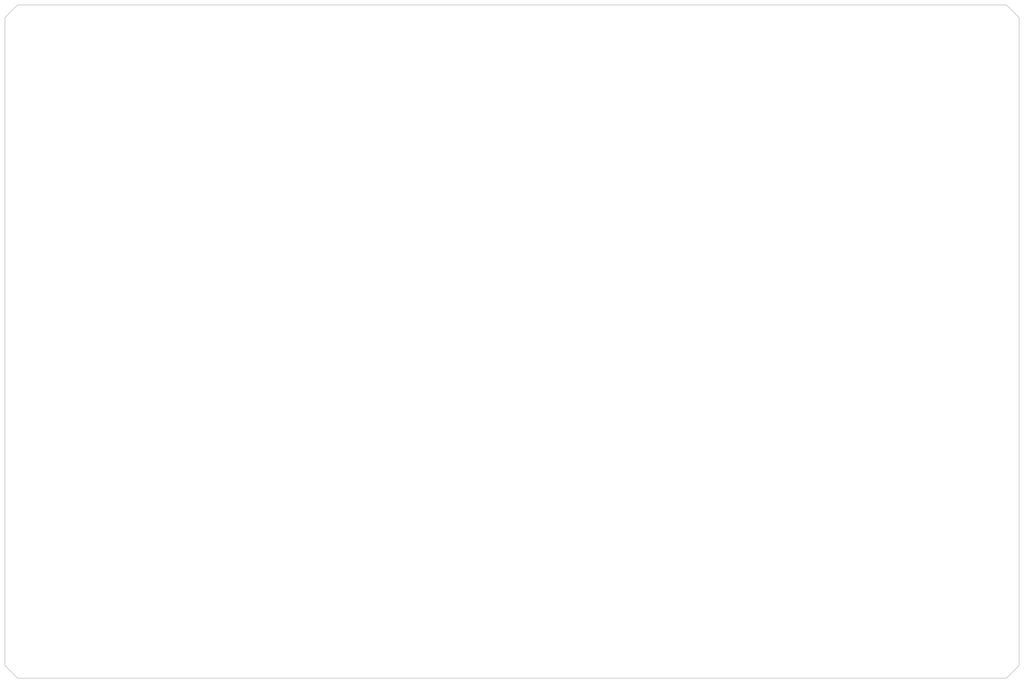
<source format=kicad_pcb>
(kicad_pcb (version 20211014) (generator pcbnew)

  (general
    (thickness 1.6062)
  )

  (paper "A4")
  (layers
    (0 "F.Cu" signal)
    (1 "In1.Cu" signal)
    (2 "In2.Cu" signal)
    (31 "B.Cu" signal)
    (32 "B.Adhes" user "B.Adhesive")
    (33 "F.Adhes" user "F.Adhesive")
    (34 "B.Paste" user)
    (35 "F.Paste" user)
    (36 "B.SilkS" user "B.Silkscreen")
    (37 "F.SilkS" user "F.Silkscreen")
    (38 "B.Mask" user)
    (39 "F.Mask" user)
    (40 "Dwgs.User" user "User.Drawings")
    (41 "Cmts.User" user "User.Comments")
    (42 "Eco1.User" user "User.Eco1")
    (43 "Eco2.User" user "User.Eco2")
    (44 "Edge.Cuts" user)
    (45 "Margin" user)
    (46 "B.CrtYd" user "B.Courtyard")
    (47 "F.CrtYd" user "F.Courtyard")
    (48 "B.Fab" user)
    (49 "F.Fab" user)
    (50 "User.1" user)
    (51 "User.2" user)
    (52 "User.3" user)
    (53 "User.4" user)
    (54 "User.5" user)
    (55 "User.6" user)
    (56 "User.7" user)
    (57 "User.8" user)
    (58 "User.9" user)
  )

  (setup
    (stackup
      (layer "F.SilkS" (type "Top Silk Screen") (color "White"))
      (layer "F.Paste" (type "Top Solder Paste"))
      (layer "F.Mask" (type "Top Solder Mask") (color "Black") (thickness 0.01))
      (layer "F.Cu" (type "copper") (thickness 0.035))
      (layer "dielectric 1" (type "prepreg") (thickness 0.2104) (material "FR4") (epsilon_r 4.5) (loss_tangent 0.02))
      (layer "In1.Cu" (type "copper") (thickness 0.0152))
      (layer "dielectric 2" (type "core") (thickness 1.065) (material "FR4") (epsilon_r 4.5) (loss_tangent 0.02))
      (layer "In2.Cu" (type "copper") (thickness 0.0152))
      (layer "dielectric 3" (type "prepreg") (thickness 0.2104) (material "FR4") (epsilon_r 4.5) (loss_tangent 0.02))
      (layer "B.Cu" (type "copper") (thickness 0.035))
      (layer "B.Mask" (type "Bottom Solder Mask") (color "Black") (thickness 0.01))
      (layer "B.Paste" (type "Bottom Solder Paste"))
      (layer "B.SilkS" (type "Bottom Silk Screen") (color "White"))
      (copper_finish "None")
      (dielectric_constraints no)
    )
    (pad_to_mask_clearance 0)
    (aux_axis_origin 96 51)
    (grid_origin 116 71)
    (pcbplotparams
      (layerselection 0x00010fc_ffffffff)
      (disableapertmacros false)
      (usegerberextensions false)
      (usegerberattributes true)
      (usegerberadvancedattributes true)
      (creategerberjobfile true)
      (svguseinch false)
      (svgprecision 6)
      (excludeedgelayer true)
      (plotframeref false)
      (viasonmask false)
      (mode 1)
      (useauxorigin false)
      (hpglpennumber 1)
      (hpglpenspeed 20)
      (hpglpendiameter 15.000000)
      (dxfpolygonmode true)
      (dxfimperialunits true)
      (dxfusepcbnewfont true)
      (psnegative false)
      (psa4output false)
      (plotreference true)
      (plotvalue true)
      (plotinvisibletext false)
      (sketchpadsonfab false)
      (subtractmaskfromsilk false)
      (outputformat 1)
      (mirror false)
      (drillshape 1)
      (scaleselection 1)
      (outputdirectory "")
    )
  )

  (net 0 "")

  (gr_poly
    (pts
      (xy 215.5 53)
      (xy 215.5 129)
      (xy 214 130.5)
      (xy 98 130.5)
      (xy 96.5 129)
      (xy 96.5 53)
      (xy 98 51.5)
      (xy 214 51.5)
    ) (layer "Edge.Cuts") (width 0.1) (fill none) (tstamp c4e1e0fc-039d-41cb-8fb6-1433179d0e06))
  (gr_circle (center 168.7 121.16) (end 168.7 119.89) (layer "User.1") (width 0.15) (fill none) (tstamp 000fdefd-bd20-43c5-8ce5-c4ba1992ea21))
  (gr_circle (center 103.3 63.38) (end 103.3 62.11) (layer "User.1") (width 0.15) (fill none) (tstamp 002d9934-c8f6-4e33-bbc3-e9234f6189f4))
  (gr_circle (center 190.92 98.3) (end 192.19 98.3) (layer "User.1") (width 0.15) (fill none) (tstamp 00bbce22-1e0a-4dce-900a-a432ac0019fe))
  (gr_circle (center 143.3 121.16) (end 143.3 119.89) (layer "User.1") (width 0.15) (fill none) (tstamp 01619bdd-99ec-4968-a274-512a1256ea1d))
  (gr_circle (center 203.62 123.7) (end 204.89 123.7) (layer "User.1") (width 0.15) (fill none) (tstamp 01c0e363-b51a-4629-8be5-e49be5a1ff41))
  (gr_circle (center 128.7 76.08) (end 128.7 74.81) (layer "User.1") (width 0.15) (fill none) (tstamp 023e83de-af62-4d05-a9a3-fa97a16d3291))
  (gr_circle (center 103.3 81.16) (end 103.3 79.89) (layer "User.1") (width 0.15) (fill none) (tstamp 028b0f3f-9b95-415f-9806-a2012f466759))
  (gr_circle (center 208.7 116.08) (end 208.7 114.81) (layer "User.1") (width 0.15) (fill none) (tstamp 03276883-0fb0-4a1f-a9a1-457860bee98f))
  (gr_circle (center 145.84 98.3) (end 147.11 98.3) (layer "User.1") (width 0.15) (fill none) (tstamp 04382082-f01c-4027-ad9c-12cde5cbd87c))
  (gr_circle (center 121.08 83.7) (end 122.35 83.7) (layer "User.1") (width 0.15) (fill none) (tstamp 04d8c0b9-fd28-4312-95c2-58e88c5ac9b0))
  (gr_circle (center 208.7 76.08) (end 208.7 74.81) (layer "User.1") (width 0.15) (fill none) (tstamp 05002dc6-e548-4ae8-be45-e6a68ffcee56))
  (gr_circle (center 163.62 123.7) (end 164.89 123.7) (layer "User.1") (width 0.15) (fill none) (tstamp 05833b0e-ac32-451e-8d3d-51d05a944d1f))
  (gr_circle (center 123.62 58.3) (end 124.89 58.3) (layer "User.1") (width 0.15) (fill none) (tstamp 076857b1-b885-4a0b-8db3-60dcff1d111c))
  (gr_rect (start 127.43 82.43) (end 129.97 59.57) (layer "User.1") (width 0.15) (fill none) (tstamp 07b1ed44-9a28-4334-8e8d-8bd4b53f5e8d))
  (gr_circle (center 163.62 58.3) (end 164.89 58.3) (layer "User.1") (width 0.15) (fill none) (tstamp 0873b673-9097-4506-813d-6ca3318e0e49))
  (gr_circle (center 121.08 123.7) (end 122.35 123.7) (layer "User.1") (width 0.15) (fill none) (tstamp 08e47431-a3c2-488e-8601-929c8054e9a9))
  (gr_circle (center 116 58.3) (end 117.27 58.3) (layer "User.1") (width 0.15) (fill none) (tstamp 0a318eb1-a61a-42cf-b009-c5111886aae9))
  (gr_rect (start 207.43 122.43) (end 209.97 99.57) (layer "User.1") (width 0.15) (fill none) (tstamp 0b6e9def-272d-42b6-9210-a0bcd4c8ebc5))
  (gr_circle (center 103.3 111) (end 103.3 109.73) (layer "User.1") (width 0.15) (fill none) (tstamp 0e0bba44-be9a-4368-892d-bed915bba03e))
  (gr_circle (center 128.7 68.46) (end 128.7 67.19) (layer "User.1") (width 0.15) (fill none) (tstamp 0f080dfc-c990-4358-9955-cc56dfa127d9))
  (gr_circle (center 128.7 78.62) (end 128.7 77.35) (layer "User.1") (width 0.15) (fill none) (tstamp 0fa87829-a054-48e5-9f01-293522c3a902))
  (gr_circle (center 168.7 78.62) (end 168.7 77.35) (layer "User.1") (width 0.15) (fill none) (tstamp 12e018d9-bf61-4922-b537-5dce006701d6))
  (gr_circle (center 161.08 98.3) (end 162.35 98.3) (layer "User.1") (width 0.15) (fill none) (tstamp 1453a7cc-aa83-4cfe-b03c-5f99f355978c))
  (gr_circle (center 110.92 98.3) (end 112.19 98.3) (layer "User.1") (width 0.15) (fill none) (tstamp 1478ca85-0e48-48d0-94ec-ffd3b6c70851))
  (gr_circle (center 116 83.7) (end 117.27 83.7) (layer "User.1") (width 0.15) (fill none) (tstamp 149e3321-4867-4c96-932a-aa4b94134f02))
  (gr_circle (center 143.3 76.08) (end 143.3 74.81) (layer "User.1") (width 0.15) (fill none) (tstamp 14bd52d6-d309-4c93-8a69-7bfa893c9fa4))
  (gr_circle (center 201.08 58.3) (end 202.35 58.3) (layer "User.1") (width 0.15) (fill none) (tstamp 169844e3-8832-4b93-8c61-d783c8747c66))
  (gr_circle (center 168.7 81.16) (end 168.7 79.89) (layer "User.1") (width 0.15) (fill none) (tstamp 189dd023-7623-4c5f-a5a7-0c32df952be6))
  (gr_circle (center 156 123.7) (end 157.27 123.7) (layer "User.1") (width 0.15) (fill none) (tstamp 18f87734-66be-482a-9866-0d14a5bbf663))
  (gr_circle (center 198.54 123.7) (end 199.81 123.7) (layer "User.1") (width 0.15) (fill none) (tstamp 1c976f72-7f8a-4592-8eef-2d47464cc9bd))
  (gr_circle (center 128.7 65.92) (end 128.7 64.65) (layer "User.1") (width 0.15) (fill none) (tstamp 1cce4635-2dc7-4081-841c-9950002cf8f4))
  (gr_circle (center 143.3 118.62) (end 143.3 117.35) (layer "User.1") (width 0.15) (fill none) (tstamp 1e1bcb33-a29b-41d1-90e3-64286458708c))
  (gr_circle (center 148.38 123.7) (end 149.65 123.7) (layer "User.1") (width 0.15) (fill none) (tstamp 1e7927e8-557c-4b0f-aefc-7f9e74b8d538))
  (gr_circle (center 168.7 108.46) (end 168.7 107.19) (layer "User.1") (width 0.15) (fill none) (tstamp 1fa3ccdd-b05f-4b3a-93a3-ddd1672840e9))
  (gr_circle (center 108.38 83.7) (end 109.65 83.7) (layer "User.1") (width 0.15) (fill none) (tstamp 2078dde6-d398-4942-9624-11a7540c015e))
  (gr_circle (center 103.3 105.92) (end 103.3 104.65) (layer "User.1") (width 0.15) (fill none) (tstamp 21127402-88bc-45c9-9631-512f82c8582a))
  (gr_circle (center 128.7 116.08) (end 128.7 114.81) (layer "User.1") (width 0.15) (fill none) (tstamp 21e79313-7f6d-4510-a6f0-48991ed6685f))
  (gr_circle (center 183.3 68.46) (end 183.3 67.19) (layer "User.1") (width 0.15) (fill none) (tstamp 239c59a3-34aa-49a3-beab-cb6e393d573b))
  (gr_circle (center 183.3 121.16) (end 183.3 119.89) (layer "User.1") (width 0.15) (fill none) (tstamp 24d6fa5e-6bc5-4dc5-ba76-51d79b76582f))
  (gr_circle (center 183.3 73.54) (end 183.3 72.27) (layer "User.1") (width 0.15) (fill none) (tstamp 2513870b-7269-46e5-a66f-4aec9a0c7149))
  (gr_circle (center 128.7 118.62) (end 128.7 117.35) (layer "User.1") (width 0.15) (fill none) (tstamp 27490eb7-9e96-49d5-b827-4d67ce319e04))
  (gr_circle (center 128.7 81.16) (end 128.7 79.89) (layer "User.1") (width 0.15) (fill none) (tstamp 2876169e-b1c0-4fe0-9f2f-692cd4336b6b))
  (gr_circle (center 143.3 113.54) (end 143.3 112.27) (layer "User.1") (width 0.15) (fill none) (tstamp 2877bc6c-7ffe-46bc-ad26-d6e7ceae8879))
  (gr_circle (center 158.54 58.3) (end 159.81 58.3) (layer "User.1") (width 0.15) (fill none) (tstamp 28c33219-826f-4fd0-9590-41c461014511))
  (gr_circle (center 190.92 58.3) (end 192.19 58.3) (layer "User.1") (width 0.15) (fill none) (tstamp 28e449d9-75f3-4472-bd8e-4cde5119656f))
  (gr_rect (start 184.57 82.43) (end 207.43 84.97) (layer "User.1") (width 0.15) (fill none) (tstamp 2996e18a-40f2-4cd3-87f0-f7475bd6581d))
  (gr_rect (start 104.57 122.43) (end 127.43 124.97) (layer "User.1") (width 0.15) (fill none) (tstamp 2c569eeb-6791-476f-beea-bbc7d2d5a179))
  (gr_circle (center 108.38 123.7) (end 109.65 123.7) (layer "User.1") (width 0.15) (fill none) (tstamp 2de54d4c-e9fc-4f85-b780-64c6cbe70f2d))
  (gr_circle (center 156 58.3) (end 157.27 58.3) (layer "User.1") (width 0.15) (fill none) (tstamp 2fe549bb-e336-4a99-90af-7f353278cd75))
  (gr_circle (center 206.16 98.3) (end 207.43 98.3) (layer "User.1") (width 0.15) (fill none) (tstamp 3158bc23-5209-4efb-b095-9761e11bec0a))
  (gr_circle (center 201.08 83.7) (end 202.35 83.7) (layer "User.1") (width 0.15) (fill none) (tstamp 329e717b-2e27-466d-9ab3-c084aab02087))
  (gr_circle (center 143.3 105.92) (end 143.3 104.65) (layer "User.1") (width 0.15) (fill none) (tstamp 32fc09bc-5550-4241-9884-e45f740a2b50))
  (gr_circle (center 168.7 111) (end 168.7 109.73) (layer "User.1") (width 0.15) (fill none) (tstamp 33da5458-586d-4f76-a2f7-d4f7b80fdba7))
  (gr_circle (center 128.7 108.46) (end 128.7 107.19) (layer "User.1") (width 0.15) (fill none) (tstamp 33fa464a-dca4-466a-b255-278a8e7a663d))
  (gr_circle (center 143.3 111) (end 143.3 109.73) (layer "User.1") (width 0.15) (fill none) (tstamp 357238b5-b355-4214-84c8-f285248e481c))
  (gr_circle (center 183.3 105.92) (end 183.3 104.65) (layer "User.1") (width 0.15) (fill none) (tstamp 3613b705-52dc-471b-9d94-cd6d79e4b6d8))
  (gr_circle (center 128.7 121.16) (end 128.7 119.89) (layer "User.1") (width 0.15) (fill none) (tstamp 39d8c278-1c18-426d-901a-2c3d632ba991))
  (gr_circle (center 116 123.7) (end 117.27 123.7) (layer "User.1") (width 0.15) (fill none) (tstamp 3ab70a57-aacc-46f0-8c93-e47fccfd70de))
  (gr_rect (start 102.03 122.43) (end 104.57 99.57) (layer "User.1") (width 0.15) (fill none) (tstamp 3cd5c00a-6e4f-4422-9c93-4a12ea04f786))
  (gr_circle (center 153.46 58.3) (end 154.73 58.3) (layer "User.1") (width 0.15) (fill none) (tstamp 3deef85d-fad1-4f10-9e7f-5cfbae98b510))
  (gr_circle (center 203.62 58.3) (end 204.89 58.3) (layer "User.1") (width 0.15) (fill none) (tstamp 3f56e4a8-1eb5-4ba2-a0ed-334aa101669d))
  (gr_rect (start 142.03 122.43) (end 144.57 99.57) (layer "User.1") (width 0.15) (fill none) (tstamp 40c60fd0-de55-403e-a245-7c811c7a6b68))
  (gr_rect (start 184.57 122.43) (end 207.43 124.97) (layer "User.1") (width 0.15) (fill none) (tstamp 41e84a3e-224e-4591-9679-db6b942bf26a))
  (gr_circle (center 196 83.7) (end 197.27 83.7) (layer "User.1") (width 0.15) (fill none) (tstamp 41fd8e30-d19c-4de6-aa16-77fce87c9aa2))
  (gr_circle (center 196 98.3) (end 197.27 98.3) (layer "User.1") (width 0.15) (fill none) (tstamp 4281e543-58a7-49d4-8b9a-d7a1f617284d))
  (gr_circle (center 206.16 123.7) (end 207.43 123.7) (layer "User.1") (width 0.15) (fill none) (tstamp 42def921-b84e-4bf4-a3a1-95d86e8d0424))
  (gr_circle (center 105.84 58.3) (end 107.11 58.3) (layer "User.1") (width 0.15) (fill none) (tstamp 44fa9f65-2477-41eb-bd00-685a78d765d1))
  (gr_circle (center 158.54 98.3) (end 159.81 98.3) (layer "User.1") (width 0.15) (fill none) (tstamp 45632520-d6f7-4ae6-8b7c-08bf9a631182))
  (gr_circle (center 158.54 123.7) (end 159.81 123.7) (layer "User.1") (width 0.15) (fill none) (tstamp 461fd07d-b1ec-475e-98a7-affca404ecff))
  (gr_circle (center 198.54 98.3) (end 199.81 98.3) (layer "User.1") (width 0.15) (fill none) (tstamp 46731829-c64a-4e53-944e-43b08b3929a5))
  (gr_circle (center 143.3 68.46) (end 143.3 67.19) (layer "User.1") (width 0.15) (fill none) (tstamp 47116c51-9801-4cab-9da9-ac747247fb6d))
  (gr_circle (center 158.54 83.7) (end 159.81 83.7) (layer "User.1") (width 0.15) (fill none) (tstamp 47b3f2ba-7e52-41a0-909e-fa9af0f32383))
  (gr_circle (center 163.62 98.3) (end 164.89 98.3) (layer "User.1") (width 0.15) (fill none) (tstamp 4971cc6c-ba0c-4240-bc38-000b72015b07))
  (gr_circle (center 128.7 71) (end 128.7 69.73) (layer "User.1") (width 0.15) (fill none) (tstamp 4bbf8134-0015-49ac-9a22-521d8c5dcfe2))
  (gr_rect (start 167.43 122.43) (end 169.97 99.57) (layer "User.1") (width 0.15) (fill none) (tstamp 4e035356-44a6-4a66-9f06-f7833e43004c))
  (gr_circle (center 121.08 98.3) (end 122.35 98.3) (layer "User.1") (width 0.15) (fill none) (tstamp 508a59ee-6174-4c0b-8429-cdf621658bf7))
  (gr_circle (center 143.3 103.38) (end 143.3 102.11) (layer "User.1") (width 0.15) (fill none) (tstamp 5318ad09-944d-410d-bab7-1c5920072087))
  (gr_circle (center 208.7 100.84) (end 208.7 99.57) (layer "User.1") (width 0.15) (fill none) (tstamp 55307fc3-1585-444e-829c-ccb4d36f61fb))
  (gr_circle (center 201.08 123.7) (end 202.35 123.7) (layer "User.1") (width 0.15) (fill none) (tstamp 5726b325-1461-437e-8c93-74b2f2cec3c6))
  (gr_circle (center 116 98.3) (end 117.27 98.3) (layer "User.1") (width 0.15) (fill none) (tstamp 590130fc-48c8-438b-9612-c724b35c19c8))
  (gr_rect (start 144.57 57.03) (end 167.43 59.57) (layer "User.1") (width 0.15) (fill none) (tstamp 59468208-a8c6-49bb-b813-59e516079a92))
  (gr_circle (center 208.7 71) (end 208.7 69.73) (layer "User.1") (width 0.15) (fill none) (tstamp 5af44414-bb5e-43b8-9bfb-32caa86a02ae))
  (gr_circle (center 128.7 63.38) (end 128.7 62.11) (layer "User.1") (width 0.15) (fill none) (tstamp 5badb200-b537-4b1f-bcd7-e268c39a42cb))
  (gr_circle (center 161.08 58.3) (end 162.35 58.3) (layer "User.1") (width 0.15) (fill none) (tstamp 5cd3e572-1eeb-4d99-8828-5f85ee86778a))
  (gr_circle (center 148.38 98.3) (end 149.65 98.3) (layer "User.1") (width 0.15) (fill none) (tstamp 5d678520-330e-485f-bfec-80fdd90fe8ca))
  (gr_circle (center 168.7 73.54) (end 168.7 72.27) (layer "User.1") (width 0.15) (fill none) (tstamp 5e003c17-ddd0-4a84-bae4-115dbec842dd))
  (gr_circle (center 166.16 98.3) (end 167.43 98.3) (layer "User.1") (width 0.15) (fill none) (tstamp 5e83cc36-23c2-48ed-b504-15d124077fa8))
  (gr_circle (center 103.3 65.92) (end 103.3 64.65) (layer "User.1") (width 0.15) (fill none) (tstamp 5ece3abc-14df-4e17-aea3-74d7874b2172))
  (gr_circle (center 143.3 81.16) (end 143.3 79.89) (layer "User.1") (width 0.15) (fill none) (tstamp 61c0299f-496b-40f6-bb2e-f17cb3e660a6))
  (gr_rect (start 104.57 97.03) (end 127.43 99.57) (layer "User.1") (width 0.15) (fill none) (tstamp 653ff949-fa35-4dcd-9bc4-1021d07e015e))
  (gr_circle (center 188.38 123.7) (end 189.65 123.7) (layer "User.1") (width 0.15) (fill none) (tstamp 65a494e0-abde-44f8-b560-5464ba7f8247))
  (gr_circle (center 123.62 98.3) (end 124.89 98.3) (layer "User.1") (width 0.15) (fill none) (tstamp 667f5bc7-5cc7-4c56-b8bb-ff61230c54f6))
  (gr_circle (center 168.7 116.08) (end 168.7 114.81) (layer "User.1") (width 0.15) (fill none) (tstamp 674db288-8796-473b-ba2d-34b8280ce9b0))
  (gr_circle (center 143.3 60.84) (end 143.3 59.57) (layer "User.1") (width 0.15) (fill none) (tstamp 67529e39-5a12-4e4d-a26f-6caef6e3d224))
  (gr_circle (center 190.92 123.7) (end 192.19 123.7) (layer "User.1") (width 0.15) (fill none) (tstamp 67ea938d-7c71-4be3-8585-40b02da727f3))
  (gr_circle (center 128.7 105.92) (end 128.7 104.65) (layer "User.1") (width 0.15) (fill none) (tstamp 68526bbe-ffec-4a8b-ac28-8ef5d249d643))
  (gr_circle (center 118.54 83.7) (end 119.81 83.7) (layer "User.1") (width 0.15) (fill none) (tstamp 68da07ad-f184-46b8-81b5-0ab2e762cfa2))
  (gr_circle (center 105.84 98.3) (end 107.11 98.3) (layer "User.1") (width 0.15) (fill none) (tstamp 694a2953-ea0b-486c-993a-0e03018f8d12))
  (gr_circle (center 185.84 98.3) (end 187.11 98.3) (layer "User.1") (width 0.15) (fill none) (tstamp 6994b154-b205-408a-8fe0-8faa2be987e3))
  (gr_rect (start 142.03 82.43) (end 144.57 59.57) (layer "User.1") (width 0.15) (fill none) (tstamp 6a596e6a-3010-4e40-ac7c-b86783cab220))
  (gr_circle (center 110.92 58.3) (end 112.19 58.3) (layer "User.1") (width 0.15) (fill none) (tstamp 6affb22c-39ed-426b-b47f-6b5673049261))
  (gr_rect (start 182.03 82.43) (end 184.57 59.57) (layer "User.1") (width 0.15) (fill none) (tstamp 6c52ea64-90e2-4847-b082-f111797d2acb))
  (gr_circle (center 103.3 76.08) (end 103.3 74.81) (layer "User.1") (width 0.15) (fill none) (tstamp 6cbe0dbf-de1b-4f78-a3bd-0e61028b2bd0))
  (gr_circle (center 150.92 123.7) (end 152.19 123.7) (layer "User.1") (width 0.15) (fill none) (tstamp 6d26d52b-93ba-4754-933e-8b98839d99b5))
  (gr_circle (center 166.16 123.7) (end 167.43 123.7) (layer "User.1") (width 0.15) (fill none) (tstamp 6d3efdde-540a-4482-a4e9-1ec2264370b6))
  (gr_circle (center 201.08 98.3) (end 202.35 98.3) (layer "User.1") (width 0.15) (fill none) (tstamp 6f3d6cb1-9d18-4e7a-8eec-4feb86c1f779))
  (gr_rect (start 184.57 97.03) (end 207.43 99.57) (layer "User.1") (width 0.15) (fill none) (tstamp 705214ba-9e43-4d18-b85b-484026977520))
  (gr_circle (center 183.3 60.84) (end 183.3 59.57) (layer "User.1") (width 0.15) (fill none) (tstamp 72158957-bc5e-456a-bcab-7109523171e0))
  (gr_circle (center 208.7 108.46) (end 208.7 107.19) (layer "User.1") (width 0.15) (fill none) (tstamp 7245008e-a7f7-4033-80e3-504454ddebd6))
  (gr_circle (center 128.7 103.38) (end 128.7 102.11) (layer "User.1") (width 0.15) (fill none) (tstamp 74122614-2046-4e47-8d29-a13cb377b1cb))
  (gr_circle (center 168.7 118.62) (end 168.7 117.35) (layer "User.1") (width 0.15) (fill none) (tstamp 746ff983-acdb-4d40-bd98-249c26ca189f))
  (gr_circle (center 183.3 108.46) (end 183.3 107.19) (layer "User.1") (width 0.15) (fill none) (tstamp 751a2217-f327-4226-849f-2afc7dfe6908))
  (gr_circle (center 103.3 73.54) (end 103.3 72.27) (layer "User.1") (width 0.15) (fill none) (tstamp 7535a7f5-e263-48a8-9037-6f2fa1d8af9c))
  (gr_circle (center 128.7 60.84) (end 128.7 59.57) (layer "User.1") (width 0.15) (fill none) (tstamp 7935eebc-b9ea-4d3b-8779-d785a97d723c))
  (gr_rect (start 184.57 57.03) (end 207.43 59.57) (layer "User.1") (width 0.15) (fill none) (tstamp 796635b3-9a33-466a-a2ca-d3377d16f5f1))
  (gr_circle (center 145.84 83.7) (end 147.11 83.7) (layer "User.1") (width 0.15) (fill none) (tstamp 79b6caba-8a35-48dd-9a5c-ba2da95d0548))
  (gr_circle (center 143.3 73.54) (end 143.3 72.27) (layer "User.1") (width 0.15) (fill none) (tstamp 7a3606ba-1923-457e-9c03-bf8496c6cae2))
  (gr_rect (start 104.57 57.03) (end 127.43 59.57) (layer "User.1") (width 0.15) (fill none) (tstamp 7cb26442-f4ad-44e3-9b68-d4cce9e4f608))
  (gr_circle (center 113.46 123.7) (end 114.73 123.7) (layer "User.1") (width 0.15) (fill none) (tstamp 7da4810d-8b15-4700-9fb6-4eca9423fc88))
  (gr_circle (center 150.92 58.3) (end 152.19 58.3) (layer "User.1") (width 0.15) (fill none) (tstamp 7fbc182b-8fb1-403c-bcae-f8241d9794bc))
  (gr_circle (center 166.16 83.7) (end 167.43 83.7) (layer "User.1") (width 0.15) (fill none) (tstamp 802c0dfc-f3fc-43cd-9058-5961cd2c1d81))
  (gr_rect (start 182.03 122.43) (end 184.57 99.57) (layer "User.1") (width 0.15) (fill none) (tstamp 80727008-03e7-47de-8519-c0b40a92a603))
  (gr_circle (center 208.7 65.92) (end 208.7 64.65) (layer "User.1") (width 0.15) (fill none) (tstamp 80f3f517-26ee-4625-9295-89027e3c27ec))
  (gr_circle (center 156 98.3) (end 157.27 98.3) (layer "User.1") (width 0.15) (fill none) (tstamp 83300dda-8d9f-4a80-bb10-71ce8874dd9a))
  (gr_circle (center 208.7 81.16) (end 208.7 79.89) (layer "User.1") (width 0.15) (fill none) (tstamp 84090791-acb5-461c-a879-b32e36eea2dc))
  (gr_circle (center 153.46 83.7) (end 154.73 83.7) (layer "User.1") (width 0.15) (fill none) (tstamp 84e55b9b-4af5-4ccf-a2e4-9b42fb387324))
  (gr_circle (center 168.7 100.84) (end 168.7 99.57) (layer "User.1") (width 0.15) (fill none) (tstamp 85f37554-a83e-4a04-bf18-169c38aa24ae))
  (gr_circle (center 188.38 83.7) (end 189.65 83.7) (layer "User.1") (width 0.15) (fill none) (tstamp 878f8be4-c784-43ed-ad55-2b6a798debf4))
  (gr_circle (center 143.3 108.46) (end 143.3 107.19) (layer "User.1") (width 0.15) (fill none) (tstamp 88e71e4c-d588-4f9f-8af7-c5d47c47d3f4))
  (gr_circle (center 208.7 121.16) (end 208.7 119.89) (layer "User.1") (width 0.15) (fill none) (tstamp 89d8cf9d-bef6-4ee0-b2fe-628ed5b9f3e7))
  (gr_circle (center 118.54 98.3) (end 119.81 98.3) (layer "User.1") (width 0.15) (fill none) (tstamp 89fdc69e-958d-4d1c-b33d-0ff421134c1c))
  (gr_circle (center 103.3 118.62) (end 103.3 117.35) (layer "User.1") (width 0.15) (fill none) (tstamp 8a7411a0-669b-4d5a-a0fa-8d4bb1845488))
  (gr_circle (center 103.3 100.84) (end 103.3 99.57) (layer "User.1") (width 0.15) (fill none) (tstamp 8e22eee4-74e0-45a7-b7c4-0fe1ca6e1fcd))
  (gr_circle (center 183.3 113.54) (end 183.3 112.27) (layer "User.1") (width 0.15) (fill none) (tstamp 8f17ce0a-97e0-43ef-935e-cc1191d195a7))
  (gr_circle (center 183.3 78.62) (end 183.3 77.35) (layer "User.1") (width 0.15) (fill none) (tstamp 921f811a-d751-42c9-8570-3e89659dd0da))
  (gr_circle (center 153.46 98.3) (end 154.73 98.3) (layer "User.1") (width 0.15) (fill none) (tstamp 94940b43-44d8-45d6-bd04-aeb3154ce6d3))
  (gr_circle (center 208.7 63.38) (end 208.7 62.11) (layer "User.1") (width 0.15) (fill none) (tstamp 94b09b04-ee88-4f07-aa5f-5b2f065cb5c2))
  (gr_circle (center 208.7 105.92) (end 208.7 104.65) (layer "User.1") (width 0.15) (fill none) (tstamp 97654ab7-97e5-4471-91e0-b1662f94c00e))
  (gr_circle (center 206.16 58.3) (end 207.43 58.3) (layer "User.1") (width 0.15) (fill none) (tstamp 9869ba79-9c7b-448a-90bc-ed8ebeeb97a5))
  (gr_circle (center 208.7 78.62) (end 208.7 77.35) (layer "User.1") (width 0.15) (fill none) (tstamp 9874ad2b-77a1-4656-8ff6-39d6ff80414f))
  (gr_circle (center 183.3 63.38) (end 183.3 62.11) (layer "User.1") (width 0.15) (fill none) (tstamp 9a132ffb-2643-459e-bcf5-47dc2b3e47da))
  (gr_circle (center 126.16 83.7) (end 127.43 83.7) (layer "User.1") (width 0.15) (fill none) (tstamp 9be582bc-40ea-4803-bfa0-585998db1641))
  (gr_circle (center 193.46 123.7) (end 194.73 123.7) (layer "User.1") (width 0.15) (fill none) (tstamp 9c8a2206-134f-491a-883c-2903583c5451))
  (gr_rect (start 207.43 82.43) (end 209.97 59.57) (layer "User.1") (width 0.15) (fill none) (tstamp 9e598a81-adda-49dd-bb45-5c3a86a3f0b8))
  (gr_circle (center 126.16 58.3) (end 127.43 58.3) (layer "User.1") (width 0.15) (fill none) (tstamp 9e8812a0-35e6-4a8e-8963-f33111361433))
  (gr_rect (start 144.57 122.43) (end 167.43 124.97) (layer "User.1") (width 0.15) (fill none) (tstamp 9ec6aa1f-59f3-48b1-851f-85471a9b7295))
  (gr_circle (center 183.3 76.08) (end 183.3 74.81) (layer "User.1") (width 0.15) (fill none) (tstamp 9ef0d15b-c493-435f-bb7c-4b636353cd58))
  (gr_circle (center 183.3 71) (end 183.3 69.73) (layer "User.1") (width 0.15) (fill none) (tstamp 9faa1469-b7df-4878-b257-f9ffe045bf1c))
  (gr_circle (center 148.38 58.3) (end 149.65 58.3) (layer "User.1") (width 0.15) (fill none) (tstamp a061e8e2-eb5d-46dc-a23f-f672eafd5cd1))
  (gr_circle (center 145.84 58.3) (end 147.11 58.3) (layer "User.1") (width 0.15) (fill none) (tstamp a1c9adc6-d71d-4f68-a4bf-54d2cf1fa191))
  (gr_circle (center 163.62 83.7) (end 164.89 83.7) (layer "User.1") (width 0.15) (fill none) (tstamp a5636ac6-7fb6-4d6d-87ad-69ed9a9c0cdc))
  (gr_circle (center 148.38 83.7) (end 149.65 83.7) (layer "User.1") (width 0.15) (fill none) (tstamp a5d9562d-2855-4df2-85ce-a6c70ea08f7b))
  (gr_circle (center 103.3 116.08) (end 103.3 114.81) (layer "User.1") (width 0.15) (fill none) (tstamp a64d9ce5-d3dc-41a2-b8f8-74b74529a011))
  (gr_circle (center 143.3 78.62) (end 143.3 77.35) (layer "User.1") (width 0.15) (fill none) (tstamp a74125fb-a09b-4553-883a-78266b2716c0))
  (gr_circle (center 203.62 83.7) (end 204.89 83.7) (layer "User.1") (width 0.15) (fill none) (tstamp a7b0f075-2594-4273-bfa2-ea4832a9d4c8))
  (gr_circle (center 153.46 123.7) (end 154.73 123.7) (layer "User.1") (width 0.15) (fill none) (tstamp a857c510-4547-46af-92a8-0032fe1bab77))
  (gr_circle (center 128.7 73.54) (end 128.7 72.27) (layer "User.1") (width 0.15) (fill none) (tstamp a873b4ec-14ed-4f61-bb24-0bdc2f47ccc2))
  (gr_circle (center 193.46 58.3) (end 194.73 58.3) (layer "User.1") (width 0.15) (fill none) (tstamp a92b6920-0e7d-4cff-b598-a219fc18a3c1))
  (gr_circle (center 161.08 123.7) (end 162.35 123.7) (layer "User.1") (width 0.15) (fill none) (tstamp ab0686a9-c18a-48ba-9073-1a87212f46d4))
  (gr_circle (center 208.7 111) (end 208.7 109.73) (layer "User.1") (width 0.15) (fill none) (tstamp ad28b960-a1ed-46ae-9bc3-ae6134028bf6))
  (gr_circle (center 126.16 98.3) (end 127.43 98.3) (layer "User.1") (width 0.15) (fill none) (tstamp ad4b26d7-a830-4beb-b7fa-65cf3c5adb41))
  (gr_circle (center 208.7 60.84) (end 208.7 59.57) (layer "User.1") (width 0.15) (fill none) (tstamp ada88ef9-4b69-47e2-8e93-e5814b47d729))
  (gr_circle (center 110.92 123.7) (end 112.19 123.7) (layer "User.1") (width 0.15) (fill none) (tstamp aefbc62e-ae98-43eb-95a0-1dad8155ad7c))
  (gr_circle (center 103.3 113.54) (end 103.3 112.27) (layer "User.1") (width 0.15) (fill none) (tstamp b16fe44b-e864-4200-804e-4c652140aa8a))
  (gr_rect (start 144.57 82.43) (end 167.43 84.97) (layer "User.1") (width 0.15) (fill none) (tstamp b329685d-d519-41c0-9aa7-5f33635e6336))
  (gr_circle (center 128.7 100.84) (end 128.7 99.57) (layer "User.1") (width 0.15) (fill none) (tstamp b3fb81dd-8e8a-43a2-83be-4ec64bffe5b9))
  (gr_circle (center 185.84 83.7) (end 187.11 83.7) (layer "User.1") (width 0.15) (fill none) (tstamp b489fb60-3f5d-4c8c-99c5-d24f9ca75e16))
  (gr_circle (center 190.92 83.7) (end 192.19 83.7) (layer "User.1") (width 0.15) (fill none) (tstamp b5cdf4ea-c90d-42c2-84b0-d0fbe2a64175))
  (gr_circle (center 161.08 83.7) (end 162.35 83.7) (layer "User.1") (width 0.15) (fill none) (tstamp b5d062f2-25bf-42d3-a7dc-35d1daa3703b))
  (gr_circle (center 183.3 116.08) (end 183.3 114.81) (layer "User.1") (width 0.15) (fill none) (tstamp b9677e40-e4d1-48f8-b72d-a3c1c1904f55))
  (gr_circle (center 156 83.7) (end 157.27 83.7) (layer "User.1") (width 0.15) (fill none) (tstamp bb1f5e92-e85e-477d-9984-1c20fdd2a025))
  (gr_circle (center 188.38 58.3) (end 189.65 58.3) (layer "User.1") (width 0.15) (fill none) (tstamp bb48f8d2-d7da-4412-a636-cc039d226dc7))
  (gr_circle (center 168.7 103.38) (end 168.7 102.11) (layer "User.1") (width 0.15) (fill none) (tstamp bc142639-4cd3-46d0-aaa6-704c2cb07c52))
  (gr_circle (center 206.16 83.7) (end 207.43 83.7) (layer "User.1") (width 0.15) (fill none) (tstamp bc1f684f-ed21-46a5-89f9-8583f4164d5a))
  (gr_circle (center 103.3 68.46) (end 103.3 67.19) (layer "User.1") (width 0.15) (fill none) (tstamp bd0209be-e7ea-42a5-96b3-d808e4806df1))
  (gr_circle (center 168.7 60.84) (end 168.7 59.57) (layer "User.1") (width 0.15) (fill none) (tstamp be170511-a6a2-45e3-ab62-48c773153fab))
  (gr_circle (center 196 123.7) (end 197.27 123.7) (layer "User.1") (width 0.15) (fill none) (tstamp bf232425-eeb0-4498-9dd2-4f61ae5a37f5))
  (gr_circle (center 145.84 123.7) (end 147.11 123.7) (layer "User.1") (width 0.15) (fill none) (tstamp bf6c3730-5800-4fdb-8039-56db58bedcd3))
  (gr_rect (start 102.03 82.43) (end 104.57 59.57) (layer "User.1") (width 0.15) (fill none) (tstamp c24d159b-5367-47b4-8355-4e8aa4aff730))
  (gr_circle (center 123.62 123.7) (end 124.89 123.7) (layer "User.1") (width 0.15) (fill none) (tstamp c49a17e6-ee70-44df-86eb-cd4b6ac81164))
  (gr_circle (center 203.62 98.3) (end 204.89 98.3) (layer "User.1") (width 0.15) (fill none) (tstamp c650bbc3-ade6-4b61-be26-a86d015e953e))
  (gr_circle (center 103.3 71) (end 103.3 69.73) (layer "User.1") (width 0.15) (fill none) (tstamp c8472d16-18c1-4c53-a380-ba42c968dc4f))
  (gr_circle (center 103.3 108.46) (end 103.3 107.19) (layer "User.1") (width 0.15) (fill none) (tstamp c978d41f-5e38-427c-bfc1-f2acf64f2da6))
  (gr_circle (center 193.46 98.3) (end 194.73 98.3) (layer "User.1") (width 0.15) (fill none) (tstamp cb0a0b64-8130-4d72-a367-33a1f8d19c33))
  (gr_circle (center 143.3 63.38) (end 143.3 62.11) (layer "User.1") (width 0.15) (fill none) (tstamp cc120185-20e5-4998-9e9e-31f75f3339f8))
  (gr_circle (center 110.92 83.7) (end 112.19 83.7) (layer "User.1") (width 0.15) (fill none) (tstamp cd7e8386-9233-4658-8804-b9f559c92d3a))
  (gr_circle (center 183.3 100.84) (end 183.3 99.57) (layer "User.1") (width 0.15) (fill none) (tstamp ce8b905e-372c-4ce7-8d6b-f70e9d310fb6))
  (gr_circle (center 143.3 100.84) (end 143.3 99.57) (layer "User.1") (width 0.15) (fill none) (tstamp ceebb551-8669-4d2e-b382-97e490800a3a))
  (gr_circle (center 208.7 103.38) (end 208.7 102.11) (layer "User.1") (width 0.15) (fill none) (tstamp cfad0722-95f6-472c-82f8-58f329c0dc41))
  (gr_rect (start 104.57 82.43) (end 127.43 84.97) (layer "User.1") (width 0.15) (fill none) (tstamp cfdd9c0d-cd37-439a-909d-b8a2edd51242))
  (gr_circle (center 183.3 81.16) (end 183.3 79.89) (layer "User.1") (width 0.15) (fill none) (tstamp d03b1277-6df2-485e-9d9d-57d2a949c2d4))
  (gr_circle (center 103.3 78.62) (end 103.3 77.35) (layer "User.1") (width 0.15) (fill none) (tstamp d05f3ed3-02e5-403a-b38e-46d4cc9c20c5))
  (gr_circle (center 166.16 58.3) (end 167.43 58.3) (layer "User.1") (width 0.15) (fill none) (tstamp d20a6bed-f6c3-4c1b-8ef6-452ebd5d0a17))
  (gr_circle (center 185.84 58.3) (end 187.11 58.3) (layer "User.1") (width 0.15) (fill none) (tstamp d48bc46d-b87c-4af6-9ab1-79a6edd83ca6))
  (gr_circle (center 113.46 98.3) (end 114.73 98.3) (layer "User.1") (width 0.15) (fill none) (tstamp d5600031-335e-46bb-b7fa-c3e1dbf09e46))
  (gr_circle (center 183.3 103.38) (end 183.3 102.11) (layer "User.1") (width 0.15) (fill none) (tstamp d6c3754d-54e9-4b30-8353-4782f7c00683))
  (gr_circle (center 118.54 123.7) (end 119.81 123.7) (layer "User.1") (width 0.15) (fill none) (tstamp d6cc0c71-aa22-4afa-bb4b-cd30add95220))
  (gr_circle (center 196 58.3) (end 197.27 58.3) (layer "User.1") (width 0.15) (fill none) (tstamp d750d005-d423-425e-89e3-e25ed938a32c))
  (gr_circle (center 198.54 83.7) (end 199.81 83.7) (layer "User.1") (width 0.15) (fill none) (tstamp d7ba4750-b035-4c93-bfdb-4c43bf284f59))
  (gr_circle (center 108.38 98.3) (end 109.65 98.3) (layer "User.1") (width 0.15) (fill none) (tstamp d8854833-f0e9-42e6-95f0-4a19e38b5145))
  (gr_circle (center 150.92 83.7) (end 152.19 83.7) (layer "User.1") (width 0.15) (fill none) (tstamp d9550584-01f3-412c-8fbd-bfd3f243276e))
  (gr_circle (center 121.08 58.3) (end 122.35 58.3) (layer "User.1") (width 0.15) (fill none) (tstamp d9a6595b-93c6-4120-9036-60ddaba5e740))
  (gr_circle (center 113.46 83.7) (end 114.73 83.7) (layer "User.1") (width 0.15) (fill none) (tstamp da0b77f4-2fe0-45a0-972c-c860bad039b8))
  (gr_circle (center 208.7 113.54) (end 208.7 112.27) (layer "User.1") (width 0.15) (fill none) (tstamp da4dc8f4-47a2-4ec8-86f9-e5a08f4d2e4b))
  (gr_circle (center 143.3 116.08) (end 143.3 114.81) (layer "User.1") (width 0.15) (fill none) (tstamp dbd09e43-4054-4983-b841-09cf4b69ca43))
  (gr_circle (center 193.46 83.7) (end 194.73 83.7) (layer "User.1") (width 0.15) (fill none) (tstamp dd3f5228-f96d-4948-a72e-daa1354b1f93))
  (gr_circle (center 198.54 58.3) (end 199.81 58.3) (layer "User.1") (width 0.15) (fill none) (tstamp dd848f73-d673-4751-9d9b-e7fb70a794dc))
  (gr_circle (center 126.16 123.7) (end 127.43 123.7) (layer "User.1") (width 0.15) (fill none) (tstamp ddebc664-3589-43fc-af38-875a5a96f9d6))
  (gr_rect (start 167.43 82.43) (end 169.97 59.57) (layer "User.1") (width 0.15) (fill none) (tstamp dfadb04f-1e3e-48fd-b285-a82166be0353))
  (gr_circle (center 128.7 113.54) (end 128.7 112.27) (layer "User.1") (width 0.15) (fill none) (tstamp e0c414c6-a647-41e7-884b-824c129b4584))
  (gr_circle (center 188.38 98.3) (end 189.65 98.3) (layer "User.1") (width 0.15) (fill none) (tstamp e1106c34-6af6-4e00-8168-66fb82808634))
  (gr_circle (center 185.84 123.7) (end 187.11 123.7) (layer "User.1") (width 0.15) (fill none) (tstamp e204499f-36fe-4384-97cd-e53aef3a7565))
  (gr_circle (center 128.7 111) (end 128.7 109.73) (layer "User.1") (width 0.15) (fill none) (tstamp e24785e6-70fb-4ea7-a094-970e5006af4e))
  (gr_circle (center 143.3 71) (end 143.3 69.73) (layer "User.1") (width 0.15) (fill none) (tstamp e370fb16-078c-407d-a2d3-a0bf51485ca0))
  (gr_circle (center 103.3 60.84) (end 103.3 59.57) (layer "User.1") (width 0.15) (fill none) (tstamp e415ddc3-c0dc-4555-9b92-4db24d3eff2a))
  (gr_circle (center 183.3 111) (end 183.3 109.73) (layer "User.1") (width 0.15) (fill none) (tstamp e64a7131-b71b-4000-a6c8-a7f899f445f8))
  (gr_rect (start 127.43 122.43) (end 129.97 99.57) (layer "User.1") (width 0.15) (fill none) (tstamp e7047158-9095-403b-86a9-75c5f71b7fa6))
  (gr_circle (center 208.7 118.62) (end 208.7 117.35) (layer "User.1") (width 0.15) (fill none) (tstamp e7186898-86a3-42e1-973d-661f0a08916c))
  (gr_circle (center 113.46 58.3) (end 114.73 58.3) (layer "User.1") (width 0.15) (fill none) (tstamp e88a8610-76d0-4116-8deb-41226f89eed9))
  (gr_circle (center 168.7 76.08) (end 168.7 74.81) (layer "User.1") (width 0.15) (fill none) (tstamp e89f584b-1111-4186-ae21-d60ff5726edf))
  (gr_circle (center 143.3 65.92) (end 143.3 64.65) (layer "User.1") (width 0.15) (fill none) (tstamp e8e3abc9-0bc4-499c-92bf-65f4dfd6ce55))
  (gr_circle (center 103.3 121.16) (end 103.3 119.89) (layer "User.1") (width 0.15) (fill none) (tstamp e93e5612-66ab-469f-858b-0105a18a063f))
  (gr_circle (center 168.7 65.92) (end 168.7 64.65) (layer "User.1") (width 0.15) (fill none) (tstamp e970044b-c972-4764-8090-4efb1fa02fad))
  (gr_circle (center 108.38 58.3) (end 109.65 58.3) (layer "User.1") (width 0.15) (fill none) (tstamp ea411cba-c717-419a-b472-28a0a978c8f5))
  (gr_circle (center 168.7 68.46) (end 168.7 67.19) (layer "User.1") (width 0.15) (fill none) (tstamp ea86c840-7a7c-4c0b-8fbb-d0ac6c5a5a22))
  (gr_rect (start 144.57 97.03) (end 167.43 99.57) (layer "User.1") (width 0.15) (fill none) (tstamp eb3c8725-4724-4d4b-9445-d2cf3943a940))
  (gr_circle (center 118.54 58.3) (end 119.81 58.3) (layer "User.1") (width 0.15) (fill none) (tstamp ee2f96be-c55e-4f5c-bf83-f64f42267ff8))
  (gr_circle (center 183.3 118.62) (end 183.3 117.35) (layer "User.1") (width 0.15) (fill none) (tstamp ef76e783-9632-4d72-9113-a5d9844a78e6))
  (gr_circle (center 183.3 65.92) (end 183.3 64.65) (layer "User.1") (width 0.15) (fill none) (tstamp efd4a93d-beff-40af-9b82-3309131488ec))
  (gr_circle (center 103.3 103.38) (end 103.3 102.11) (layer "User.1") (width 0.15) (fill none) (tstamp f0d889d4-1d2c-4335-b54f-539923d5b76e))
  (gr_circle (center 168.7 71) (end 168.7 69.73) (layer "User.1") (width 0.15) (fill none) (tstamp f1494f36-1384-4407-b992-55792b1d7b82))
  (gr_circle (center 168.7 105.92) (end 168.7 104.65) (layer "User.1") (width 0.15) (fill none) (tstamp f18685bb-50f3-4e32-b094-52bfdf8bb35f))
  (gr_circle (center 105.84 83.7) (end 107.11 83.7) (layer "User.1") (width 0.15) (fill none) (tstamp f26cffa6-7cc2-4003-abc4-95d98abc5125))
  (gr_circle (center 208.7 68.46) (end 208.7 67.19) (layer "User.1") (width 0.15) (fill none) (tstamp f4d8b7d0-c4f4-49dc-9e32-32bc3f90adeb))
  (gr_circle (center 168.7 63.38) (end 168.7 62.11) (layer "User.1") (width 0.15) (fill none) (tstamp f739958e-cd02-4af0-9264-b38b7eee6f3b))
  (gr_circle (center 105.84 123.7) (end 107.11 123.7) (layer "User.1") (width 0.15) (fill none) (tstamp f7a56690-fb8d-47de-b6c5-bb40c6733cd9))
  (gr_circle (center 123.62 83.7) (end 124.89 83.7) (layer "User.1") (width 0.15) (fill none) (tstamp f8065909-de93-43f0-8e29-9be17bb14eaf))
  (gr_circle (center 168.7 113.54) (end 168.7 112.27) (layer "User.1") (width 0.15) (fill none) (tstamp fc076f7d-325f-4b8d-9fe4-86d11343ee0c))
  (gr_circle (center 150.92 98.3) (end 152.19 98.3) (layer "User.1") (width 0.15) (fill none) (tstamp fe23f984-5992-4ca0-8c93-4ca101c2ec52))
  (gr_circle (center 208.7 73.54) (end 208.7 72.27) (layer "User.1") (width 0.15) (fill none) (tstamp ff18af27-04d7-4d11-a7df-e15d5311555d))
  (gr_rect (start 96 51) (end 136 91) (layer "User.8") (width 0.15) (fill none) (tstamp 1c83bd42-0034-452f-984c-359e4b56b0ac))
  (gr_rect (start 136 91) (end 176 131) (layer "User.8") (width 0.15) (fill none) (tstamp 355dba76-ed12-421f-a06a-d840ab2ffd41))
  (gr_rect (start 176 51) (end 216 91) (layer "User.8") (width 0.15) (fill none) (tstamp 4f290968-3ec6-48de-9174-55f64c3ececb))
  (gr_rect (start 136 51) (end 176 91) (layer "User.8") (width 0.15) (fill none) (tstamp c317bd55-effe-4526-8bb5-b15eee11e102))
  (gr_rect (start 96 91) (end 136 131) (layer "User.8") (width 0.15) (fill none) (tstamp e6debab3-c3fb-4915-a684-33e92b1a877b))
  (gr_rect (start 176 91) (end 216 131) (layer "User.8") (width 0.15) (fill none) (tstamp ff4ae3b5-6b76-4eaa-9a0d-a42dde11b48b))
  (gr_text "MOSI" (at 193.46 54.632857 270) (layer "User.1") (tstamp 00d7bcac-946b-4caa-9a4a-0e1ff0a10b3d)
    (effects (font (size 1.5 1) (thickness 0.2)))
  )
  (gr_text "SCL" (at 118.54 55.061428 270) (layer "User.1") (tstamp 00d84f7f-e019-43ee-a6f7-42af0584c70b)
    (effects (font (size 1.5 1) (thickness 0.2)))
  )
  (gr_text "SCLK" (at 163.62 87.867143 90) (layer "User.1") (tstamp 023581d9-51c7-46ed-a7df-64b192573448)
    (effects (font (size 1.5 1) (thickness 0.2)))
  )
  (gr_text "SDA" (at 156 87.390952 90) (layer "User.1") (tstamp 037358e1-ebe3-49bb-917e-dedba94aa0f9)
    (effects (font (size 1.5 1) (thickness 0.2)))
  )
  (gr_text "GPIO" (at 139.01381 105.92) (layer "User.1") (tstamp 0987c9ff-6dbe-4ab1-a4eb-438e4190c849)
    (effects (font (size 1.5 1) (thickness 0.2)))
  )
  (gr_text "SCLK" (at 138.894762 78.62) (layer "User.1") (tstamp 0d43635d-8652-49ce-9887-dd20feaebc3e)
    (effects (font (size 1.5 1) (thickness 0.2)))
  )
  (gr_text "GND" (at 185.84 54.918571 270) (layer "User.1") (tstamp 0ea7f65a-1e22-45e3-9d97-eb0350646038)
    (effects (font (size 1.5 1) (thickness 0.2)))
  )
  (gr_text "SCL" (at 172.227143 113.54) (layer "User.1") (tstamp 0fedfc03-ff5b-4105-b6fd-382fb2a6cd55)
    (effects (font (size 1.5 1) (thickness 0.2)))
  )
  (gr_text "SCL" (at 193.46 127.367143 90) (layer "User.1") (tstamp 10805afe-f157-4b38-9e9f-b628c95293da)
    (effects (font (size 1.5 1) (thickness 0.2)))
  )
  (gr_text "SCL" (at 99.394762 68.46) (layer "User.1") (tstamp 12290910-e1c4-4f12-a089-9b99be24c1fc)
    (effects (font (size 1.5 1) (thickness 0.2)))
  )
  (gr_text "MISO" (at 161.08 127.795714 90) (layer "User.1") (tstamp 139c2ed9-f468-419c-af61-6cfde6cf3077)
    (effects (font (size 1.5 1) (thickness 0.2)))
  )
  (gr_text "MISO" (at 110.92 94.632857 270) (layer "User.1") (tstamp 146cf8c5-87c2-4769-8e77-9b3f106a1e5b)
    (effects (font (size 1.5 1) (thickness 0.2)))
  )
  (gr_text "MISO" (at 121.08 87.795714 90) (layer "User.1") (tstamp 14eb863b-9320-40b7-bcfb-2820753e6985)
    (effects (font (size 1.5 1) (thickness 0.2)))
  )
  (gr_text "GND" (at 188.38 127.51 90) (layer "User.1") (tstamp 16948914-a5af-4c13-b2aa-d4fe80148686)
    (effects (font (size 1.5 1) (thickness 0.2)))
  )
  (gr_text "GPIO" (at 161.08 94.680476 270) (layer "User.1") (tstamp 16bfa636-a2a1-4817-85f0-d15c3b8b3320)
    (effects (font (size 1.5 1) (thickness 0.2)))
  )
  (gr_text "GPIO" (at 110.92 87.748095 90) (layer "User.1") (tstamp 17d5c74d-93f8-4091-b7ac-e6caff4897b2)
    (effects (font (size 1.5 1) (thickness 0.2)))
  )
  (gr_text "Vcc" (at 145.84 87.271905 90) (layer "User.1") (tstamp 17e518d0-d4aa-4814-9afd-04c9a56f1e8a)
    (effects (font (size 1.5 1) (thickness 0.2)))
  )
  (gr_text "SDA" (at 116 55.037619 270) (layer "User.1") (tstamp 1e5a9261-1a2d-468e-87ac-6aadc251e151)
    (effects (font (size 1.5 1) (thickness 0.2)))
  )
  (gr_text "Vcc" (at 132.131905 81.16) (layer "User.1") (tstamp 1e8f8ce2-b17c-4b64-8fa7-6f1492c0551e)
    (effects (font (size 1.5 1) (thickness 0.2)))
  )
  (gr_text "GND" (at 105.84 94.918571 270) (layer "User.1") (tstamp 1f0bf3f2-fffc-48d8-8150-3309b0f4ab84)
    (effects (font (size 1.5 1) (thickness 0.2)))
  )
  (gr_text "SCL" (at 153.46 87.367143 90) (layer "User.1") (tstamp 1fe9bf20-cf98-44bd-96cd-f69e63b7522d)
    (effects (font (size 1.5 1) (thickness 0.2)))
  )
  (gr_text "SDA" (at 99.370953 71) (layer "User.1") (tstamp 23b8c23a-2853-40c3-a53a-30fd914fa018)
    (effects (font (size 1.5 1) (thickness 0.2)))
  )
  (gr_text "SCLK" (at 212.727143 103.38) (layer "User.1") (tstamp 242ac470-5667-4ccd-913e-de0173bc556c)
    (effects (font (size 1.5 1) (thickness 0.2)))
  )
  (gr_text "MISO" (at 98.966191 76.08) (layer "User.1") (tstamp 24485594-06f1-4f4f-813a-edf2c9ea9d9c)
    (effects (font (size 1.5 1) (thickness 0.2)))
  )
  (gr_text "GND" (at 179.251905 121.16) (layer "User.1") (tstamp 27f47254-aea9-46a1-9148-a998c45713fb)
    (effects (font (size 1.5 1) (thickness 0.2)))
  )
  (gr_text "GPIO" (at 201.08 94.680476 270) (layer "User.1") (tstamp 299c758e-7cd7-4d55-92c3-5468cada6ea4)
    (effects (font (size 1.5 1) (thickness 0.2)))
  )
  (gr_text "SDA" (at 156 127.390952 90) (layer "User.1") (tstamp 2b76fa00-b9a1-4087-80b7-57875970719f)
    (effects (font (size 1.5 1) (thickness 0.2)))
  )
  (gr_text "SDA" (at 99.370953 111) (layer "User.1") (tstamp 2b8189a1-4acc-4dcf-8508-450f4ff04158)
    (effects (font (size 1.5 1) (thickness 0.2)))
  )
  (gr_text "SDA" (at 132.250953 71) (layer "User.1") (tstamp 2bfbe799-3f9f-4879-91b2-b68af38a849c)
    (effects (font (size 1.5 1) (thickness 0.2)))
  )
  (gr_text "Vcc" (at 139.49 60.84) (layer "User.1") (tstamp 2c9ef2f3-71c2-4dd5-a6bb-87edd7e29840)
    (effects (font (size 1.5 1) (thickness 0.2)))
  )
  (gr_text "SDA" (at 172.250953 111) (layer "User.1") (tstamp 2e468816-24e5-44d3-9ec2-36eea4de6a8b)
    (effects (font (size 1.5 1) (thickness 0.2)))
  )
  (gr_text "SCL" (at 158.54 95.061428 270) (layer "User.1") (tstamp 2f2bfe63-4c38-47e4-a713-a4a51e8fb626)
    (effects (font (size 1.5 1) (thickness 0.2)))
  )
  (gr_text "MOSI" (at 178.966191 73.54) (layer "User.1") (tstamp 3078fb2c-f019-4ace-b264-5fd1978c1779)
    (effects (font (size 1.5 1) (thickness 0.2)))
  )
  (gr_text "GND" (at 172.37 78.62) (layer "User.1") (tstamp 32e895a5-7135-4ee4-abe1-aba9160e05ef)
    (effects (font (size 1.5 1) (thickness 0.2)))
  )
  (gr_text "SCL" (at 139.394762 68.46) (layer "User.1") (tstamp 374c9924-c1c5-4d40-aa25-3bfbc3ac0b32)
    (effects (font (size 1.5 1) (thickness 0.2)))
  )
  (gr_text "MOSI" (at 158.54 127.795714 90) (layer "User.1") (tstamp 37d67b6c-a4ce-4c10-a90f-fc0f1a452381)
    (effects (font (size 1.5 1) (thickness 0.2)))
  )
  (gr_text "GPIO" (at 212.608096 76.08) (layer "User.1") (tstamp 38542f18-a417-4791-a469-008e214a8460)
    (effects (font (size 1.5 1) (thickness 0.2)))
  )
  (gr_text "GND" (at 123.62 54.918571 270) (layer "User.1") (tstamp 398c083a-543b-4a7e-af36-8162e3176b7a)
    (effects (font (size 1.5 1) (thickness 0.2)))
  )
  (gr_text "MOSI" (at 172.655715 68.46) (layer "User.1") (tstamp 39bff96d-f57d-40d7-98f7-2830945771e5)
    (effects (font (size 1.5 1) (thickness 0.2)))
  )
  (gr_text "SDA" (at 139.370953 111) (layer "User.1") (tstamp 3a31fa5d-5d89-4eaf-a6e7-106bc2dd8b32)
    (effects (font (size 1.5 1) (thickness 0.2)))
  )
  (gr_text "SDA" (at 116 95.037619 270) (layer "User.1") (tstamp 3c2692f7-205b-4f17-9581-dce673bf3ef1)
    (effects (font (size 1.5 1) (thickness 0.2)))
  )
  (gr_text "MISO" (at 138.966191 116.08) (layer "User.1") (tstamp 3cbc753e-ed4c-4741-acf1-1d4b6f35e526)
    (effects (font (size 1.5 1) (thickness 0.2)))
  )
  (gr_text "MISO" (at 201.08 127.795714 90) (layer "User.1") (tstamp 3ee0ec9f-ed2d-4843-858b-725abb7627e0)
    (effects (font (size 1.5 1) (thickness 0.2)))
  )
  (gr_text "MISO" (at 150.92 94.632857 270) (layer "User.1") (tstamp 3fddde8d-804f-40bf-b97b-50ec1f8aba72)
    (effects (font (size 1.5 1) (thickness 0.2)))
  )
  (gr_text "GPIO" (at 179.01381 105.92) (layer "User.1") (tstamp 40c9b316-ecea-480f-b7fc-bdee4f1b311b)
    (effects (font (size 1.5 1) (thickness 0.2)))
  )
  (gr_text "SCL" (at 158.54 55.061428 270) (layer "User.1") (tstamp 4219f946-aefe-4b62-a771-b6fbf26fc2d4)
    (effects (font (size 1.5 1) (thickness 0.2)))
  )
  (gr_text "GND" (at 179.251905 81.16) (layer "User.1") (tstamp 42e4e652-3510-4835-a9fb-845c5bb83ece)
    (effects (font (size 1.5 1) (thickness 0.2)))
  )
  (gr_text "GND" (at 188.38 87.51 90) (layer "User.1") (tstamp 436f76a5-556d-43ac-902b-4eef8408442e)
    (effects (font (size 1.5 1) (thickness 0.2)))
  )
  (gr_text "GND" (at 163.62 54.918571 270) (layer "User.1") (tstamp 449b0ae7-c909-4bbf-bf5e-7aa4bcf65465)
    (effects (font (size 1.5 1) (thickness 0.2)))
  )
  (gr_text "SCLK" (at 188.38 54.561428 270) (layer "User.1") (tstamp 44fa9371-f9d4-4b24-a369-d6228c213a91)
    (effects (font (size 1.5 1) (thickness 0.2)))
  )
  (gr_text "SCL" (at 212.227143 73.54) (layer "User.1") (tstamp 45abe181-a83c-4e79-9f01-a007015c13da)
    (effects (font (size 1.5 1) (thickness 0.2)))
  )
  (gr_text "GND" (at 108.38 127.51 90) (layer "User.1") (tstamp 4619403d-086b-499a-913a-58fc34c26357)
    (effects (font (size 1.5 1) (thickness 0.2)))
  )
  (gr_text "GND" (at 172.37 100.84) (layer "User.1") (tstamp 463febc7-04ea-46fd-bc58-7db33bf793b0)
    (effects (font (size 1.5 1) (thickness 0.2)))
  )
  (gr_text "MISO" (at 190.92 94.632857 270) (layer "User.1") (tstamp 471e60f8-aa88-4543-9321-74097f5bc9d3)
    (effects (font (size 1.5 1) (thickness 0.2)))
  )
  (gr_text "SCLK" (at 203.62 127.867143 90) (layer "User.1") (tstamp 47394116-6945-49e2-b168-7d918d658465)
    (effects (font (size 1.5 1) (thickness 0.2)))
  )
  (gr_text "SCL" (at 153.46 127.367143 90) (layer "User.1") (tstamp 47a1a82d-d93b-4e94-9ecd-68c32e70b651)
    (effects (font (size 1.5 1) (thickness 0.2)))
  )
  (gr_text "GPIO" (at 150.92 127.748095 90) (layer "User.1") (tstamp 48626776-1022-4c29-9fe8-05327164da6c)
    (effects (font (size 1.5 1) (thickness 0.2)))
  )
  (gr_text "SCL" (at 132.227143 113.54) (layer "User.1") (tstamp 4a2a13ed-b9d6-435c-b2d3-8ce278ff2315)
    (effects (font (size 1.5 1) (thickness 0.2)))
  )
  (gr_text "SDA" (at 212.250953 111) (layer "User.1") (tstamp 4a77ca97-f71c-473a-9b02-baa11141a880)
    (effects (font (size 1.5 1) (thickness 0.2)))
  )
  (gr_text "GND" (at 179.251905 103.38) (layer "User.1") (tstamp 4a8f4f04-d692-4fe9-9201-34ce9b1a6d92)
    (effects (font (size 1.5 1) (thickness 0.2)))
  )
  (gr_text "GND" (at 163.62 94.918571 270) (layer "User.1") (tstamp 4d0bfde9-91eb-4fc8-8a57-ef57ebb8b8c8)
    (effects (font (size 1.5 1) (thickness 0.2)))
  )
  (gr_text "MISO" (at 138.966191 76.08) (layer "User.1") (tstamp 4d353018-b77d-4fb1-a7c4-980c7a25605b)
    (effects (font (size 1.5 1) (thickness 0.2)))
  )
  (gr_text "Vcc" (at 179.49 100.84) (layer "User.1") (tstamp 4d51435c-e636-40a5-afc5-c590748653b7)
    (effects (font (size 1.5 1) (thickness 0.2)))
  )
  (gr_text "GND" (at 139.251905 121.16) (layer "User.1") (tstamp 4d7e1d53-de95-425a-93d3-9c12452c7306)
    (effects (font (size 1.5 1) (thickness 0.2)))
  )
  (gr_text "Vcc" (at 105.84 127.271905 90) (layer "User.1") (tstamp 4fbf81ae-c67e-4f1d-be64-32823b9fc76e)
    (effects (font (size 1.5 1) (thickness 0.2)))
  )
  (gr_text "Vcc" (at 172.131905 121.16) (layer "User.1") (tstamp 509a4e8f-6612-45ca-9531-4582f8e17920)
    (effects (font (size 1.5 1) (thickness 0.2)))
  )
  (gr_text "MOSI" (at 113.46 54.632857 270) (layer "User.1") (tstamp 534a6fd7-2291-45d2-aedb-05a2b291fa9e)
    (effects (font (size 1.5 1) (thickness 0.2)))
  )
  (gr_text "MOSI" (at 172.655715 108.46) (layer "User.1") (tstamp 587ee904-6453-42a7-96ca-5b3341c4c31d)
    (effects (font (size 1.5 1) (thickness 0.2)))
  )
  (gr_text "SDA" (at 179.370953 71) (layer "User.1") (tstamp 59ed24c5-f846-4cb6-b8c3-dbd92975ff19)
    (effects (font (size 1.5 1) (thickness 0.2)))
  )
  (gr_text "GPIO" (at 99.01381 105.92) (layer "User.1") (tstamp 5b12246b-7fc2-46b8-b98a-e3755b7e7fd6)
    (effects (font (size 1.5 1) (thickness 0.2)))
  )
  (gr_text "GND" (at 172.37 60.84) (layer "User.1") (tstamp 5bb678cb-e445-49ad-a572-3044ac46600a)
    (effects (font (size 1.5 1) (thickness 0.2)))
  )
  (gr_text "SCL" (at 118.54 95.061428 270) (layer "User.1") (tstamp 5bd03063-dc17-42fc-a496-840a1821520e)
    (effects (font (size 1.5 1) (thickness 0.2)))
  )
  (gr_text "SCLK" (at 178.894762 78.62) (layer "User.1") (tstamp 5c78fe75-4863-4f1c-8ee6-2d7bcc40b068)
    (effects (font (size 1.5 1) (thickness 0.2)))
  )
  (gr_text "GND" (at 126.16 87.51 90) (layer "User.1") (tstamp 5f9e0c87-7085-4be2-b4d2-fe0c138ddc54)
    (effects (font (size 1.5 1) (thickness 0.2)))
  )
  (gr_text "Vcc" (at 139.49 100.84) (layer "User.1") (tstamp 60f9176a-d95c-4310-8e9b-2fe9ed4396ed)
    (effects (font (size 1.5 1) (thickness 0.2)))
  )
  (gr_text "SDA" (at 156 95.037619 270) (layer "User.1") (tstamp 6159a1f7-e3e5-4606-888c-f1d58c13a2cc)
    (effects (font (size 1.5 1) (thickness 0.2)))
  )
  (gr_text "MISO" (at 172.655715 105.92) (layer "User.1") (tstamp 62c09816-131b-4c82-b0d1-44e2757b9518)
    (effects (font (size 1.5 1) (thickness 0.2)))
  )
  (gr_text "Vcc" (at 99.49 60.84) (layer "User.1") (tstamp 633aafcb-e7f5-4f49-b90e-2af365a07e52)
    (effects (font (size 1.5 1) (thickness 0.2)))
  )
  (gr_text "GND" (at 132.37 78.62) (layer "User.1") (tstamp 64fc2e66-2059-4563-a207-07d8616ff941)
    (effects (font (size 1.5 1) (thickness 0.2)))
  )
  (gr_text "SDA" (at 156 55.037619 270) (layer "User.1") (tstamp 653ba4a9-5091-45e6-a78a-83728900ec86)
    (effects (font (size 1.5 1) (thickness 0.2)))
  )
  (gr_text "SCLK" (at 98.894762 118.62) (layer "User.1") (tstamp 663956d7-dfb5-428b-9279-bb914fe47cf8)
    (effects (font (size 1.5 1) (thickness 0.2)))
  )
  (gr_text "MOSI" (at 113.46 94.632857 270) (layer "User.1") (tstamp 69b1aabb-5422-414e-b507-e39e89258505)
    (effects (font (size 1.5 1) (thickness 0.2)))
  )
  (gr_text "SCLK" (at 132.727143 63.38) (layer "User.1") (tstamp 69bf5cfc-e633-4146-96ae-dfa77f9d20a4)
    (effects (font (size 1.5 1) (thickness 0.2)))
  )
  (gr_text "GND" (at 206.16 127.51 90) (layer "User.1") (tstamp 6b182346-bb84-4f55-8ae7-8b7f1d7e5f88)
    (effects (font (size 1.5 1) (thickness 0.2)))
  )
  (gr_text "Vcc" (at 105.84 87.271905 90) (layer "User.1") (tstamp 6c608c13-3af0-4f88-b421-9eb1b57171f0)
    (effects (font (size 1.5 1) (thickness 0.2)))
  )
  (gr_text "MISO" (at 212.655715 105.92) (layer "User.1") (tstamp 6cf2b5ff-69d2-44e9-9f11-f9ae17ae3ff5)
    (effects (font (size 1.5 1) (thickness 0.2)))
  )
  (gr_text "Vcc" (at 206.16 55.156666 270) (layer "User.1") (tstamp 6d331586-421c-43e2-aee8-5f893d037734)
    (effects (font (size 1.5 1) (thickness 0.2)))
  )
  (gr_text "GND" (at 145.84 94.918571 270) (layer "User.1") (tstamp 6e9aec96-0233-4c4f-a818-230ffe38f20a)
    (effects (font (size 1.5 1) (thickness 0.2)))
  )
  (gr_text "GPIO" (at 190.92 87.748095 90) (layer "User.1") (tstamp 6edf1ffa-8bf5-49c0-a96d-094f4c17e3d8)
    (effects (font (size 1.5 1) (thickness 0.2)))
  )
  (gr_text "SCL" (at 198.54 95.061428 270) (layer "User.1") (tstamp 6f4f076b-520f-4226-832a-613671a9ccc1)
    (effects (font (size 1.5 1) (thickness 0.2)))
  )
  (gr_text "SCLK" (at 123.62 127.867143 90) (layer "User.1") (tstamp 6fdb7a03-48da-438b-b698-9ae68515f8b6)
    (effects (font (size 1.5 1) (thickness 0.2)))
  )
  (gr_text "GND" (at 148.38 87.51 90) (layer "User.1") (tstamp 6ffc724f-0782-41c5-823f-91cd80a2f323)
    (effects (font (size 1.5 1) (thickness 0.2)))
  )
  (gr_text "SCL" (at 193.46 87.367143 90) (layer "User.1") (tstamp 70364835-52d4-4764-b31c-a639c3d35c89)
    (effects (font (size 1.5 1) (thickness 0.2)))
  )
  (gr_text "MOSI" (at 212.655715 108.46) (layer "User.1") (tstamp 70576fd1-7ead-49f4-987c-f6a5c71e3bcc)
    (effects (font (size 1.5 1) (thickness 0.2)))
  )
  (gr_text "Vcc" (at 132.131905 121.16) (layer "User.1") (tstamp 7292f11b-db9b-446f-b092-fcc1c967738f)
    (effects (font (size 1.5 1) (thickness 0.2)))
  )
  (gr_text "MISO" (at 150.92 54.632857 270) (layer "User.1") (tstamp 72c26104-2a78-4643-8199-3d21dd3ab1d8)
    (effects (font (size 1.5 1) (thickness 0.2)))
  )
  (gr_text "MOSI" (at 193.46 94.632857 270) (layer "User.1") (tstamp 73537662-1a91-4f8f-b4e2-dd10a052ee9f)
    (effects (font (size 1.5 1) (thickness 0.2)))
  )
  (gr_text "Vcc" (at 212.131905 121.16) (layer "User.1") (tstamp 737c128e-6f73-4da5-8846-ff8347856baf)
    (effects (font (size 1.5 1) (thickness 0.2)))
  )
  (gr_text "Vcc" (at 179.49 60.84) (layer "User.1") (tstamp 73d8eb35-da06-4455-9214-32d402b5e5bc)
    (effects (font (size 1.5 1) (thickness 0.2)))
  )
  (gr_text "MOSI" (at 132.655715 68.46) (layer "User.1") (tstamp 7647c44c-c873-41f1-8d0e-0d9f1c0ad5e7)
    (effects (font (size 1.5 1) (thickness 0.2)))
  )
  (gr_text "GND" (at 132.37 100.84) (layer "User.1") (tstamp 7b3613b2-7fa9-407b-905d-2a0a8487cebe)
    (effects (font (size 1.5 1) (thickness 0.2)))
  )
  (gr_text "SCL" (at 179.394762 108.46) (layer "User.1") (tstamp 7c966f76-c422-49c9-9523-3f2443ba573b)
    (effects (font (size 1.5 1) (thickness 0.2)))
  )
  (gr_text "Vcc" (at 126.16 95.156666 270) (layer "User.1") (tstamp 7e07e2cf-e55e-4fd1-b803-87ad87d75a6d)
    (effects (font (size 1.5 1) (thickness 0.2)))
  )
  (gr_text "MOSI" (at 132.655715 108.46) (layer "User.1") (tstamp 80393fa4-f9a2-4d47-baf8-93a0344bcdc2)
    (effects (font (size 1.5 1) (thickness 0.2)))
  )
  (gr_text "GND" (at 212.37 118.62) (layer "User.1") (tstamp 80ab3277-6aea-4d20-a663-8d2ea91ae99d)
    (effects (font (size 1.5 1) (thickness 0.2)))
  )
  (gr_text "Vcc" (at 145.84 127.271905 90) (layer "User.1") (tstamp 810a005c-c38b-4397-a7ea-8db05370e5b6)
    (effects (font (size 1.5 1) (thickness 0.2)))
  )
  (gr_text "GND" (at 139.251905 103.38) (layer "User.1") (tstamp 815ba7b5-e3e6-4e01-90aa-d1bb157e1bf7)
    (effects (font (size 1.5 1) (thickness 0.2)))
  )
  (gr_text "GPIO" (at 121.08 54.680476 270) (layer "User.1") (tstamp 81b27742-cf6e-4d80-bc89-6e63b90fc87e)
    (effects (font (size 1.5 1) (thickness 0.2)))
  )
  (gr_text "GND" (at 212.37 60.84) (layer "User.1") (tstamp 831a161d-11a7-4d0e-8aba-9ce1d56dcb82)
    (effects (font (size 1.5 1) (thickness 0.2)))
  )
  (gr_text "SDA" (at 116 127.390952 90) (layer "User.1") (tstamp 85895346-3b38-49ee-bc3e-deb1957282fe)
    (effects (font (size 1.5 1) (thickness 0.2)))
  )
  (gr_text "MOSI" (at 138.966191 113.54) (layer "User.1") (tstamp 86b3478f-cd87-4912-8d0c-a6847d89776c)
    (effects (font (size 1.5 1) (thickness 0.2)))
  )
  (gr_text "GPIO" (at 179.01381 65.92) (layer "User.1") (tstamp 87337e4e-b1e6-4159-ae9e-467040ffa87f)
    (effects (font (size 1.5 1) (thickness 0.2)))
  )
  (gr_text "GPIO" (at 99.01381 65.92) (layer "User.1") (tstamp 8797612e-14ed-44eb-a090-2a8aad427753)
    (effects (font (size 1.5 1) (thickness 0.2)))
  )
  (gr_text "GND" (at 99.251905 103.38) (layer "User.1") (tstamp 88e157e2-45ab-4e4e-969d-f06aa14ec726)
    (effects (font (size 1.5 1) (thickness 0.2)))
  )
  (gr_text "SDA" (at 196 127.390952 90) (layer "User.1") (tstamp 8972a3da-926e-415a-b89f-d8413ef51e4b)
    (effects (font (size 1.5 1) (thickness 0.2)))
  )
  (gr_text "GPIO" (at 121.08 94.680476 270) (layer "User.1") (tstamp 8b463aee-9b98-42c9-b099-70d394919b57)
    (effects (font (size 1.5 1) (thickness 0.2)))
  )
  (gr_text "MISO" (at 161.08 87.795714 90) (layer "User.1") (tstamp 8ee1fd80-1d2d-4cf8-ba6d-e0aedeab93af)
    (effects (font (size 1.5 1) (thickness 0.2)))
  )
  (gr_text "MOSI" (at 98.966191 113.54) (layer "User.1") (tstamp 900b8893-56bf-43f1-8d62-520cd68b97b2)
    (effects (font (size 1.5 1) (thickness 0.2)))
  )
  (gr_text "Vcc" (at 172.131905 81.16) (layer "User.1") (tstamp 91677192-ade7-4ec9-83bf-acfe3414bf26)
    (effects (font (size 1.5 1) (thickness 0.2)))
  )
  (gr_text "GND" (at 123.62 94.918571 270) (layer "User.1") (tstamp 9274ecd9-7a96-44ad-84ee-9bb83dddf6f6)
    (effects (font (size 1.5 1) (thickness 0.2)))
  )
  (gr_text "GND" (at 212.37 78.62) (layer "User.1") (tstamp 9597946c-2372-4c1f-a85c-9f95af91dcff)
    (effects (font (size 1.5 1) (thickness 0.2)))
  )
  (gr_text "GPIO" (at 201.08 54.680476 270) (layer "User.1") (tstamp 96404ec4-9dfb-4f4f-9704-3ad5adac960a)
    (effects (font (size 1.5 1) (thickness 0.2)))
  )
  (gr_text "GND" (at 145.84 54.918571 270) (layer "User.1") (tstamp 9d24da44-83bf-4c4b-a316-8c8cca7c0c38)
    (effects (font (size 1.5 1) (thickness 0.2)))
  )
  (gr_text "GND" (at 203.62 94.918571 270) (layer "User.1") (tstamp 9e087397-5c4f-4ccb-9415-f1e812b473c0)
    (effects (font (size 1.5 1) (thickness 0.2)))
  )
  (gr_text "SCLK" (at 108.38 54.561428 270) (layer "User.1") (tstamp 9e192c3c-4868-46fd-95df-fe3024dab556)
    (effects (font (size 1.5 1) (thickness 0.2)))
  )
  (gr_text "SCLK" (at 148.38 94.561428 270) (layer "User.1") (tstamp a140307a-5050-48ec-bec9-b3bbc898785d)
    (effects (font (size 1.5 1) (thickness 0.2)))
  )
  (gr_text "GND" (at 105.84 54.918571 270) (layer "User.1") (tstamp a4e40831-f196-49bf-9cc1-2543da57796f)
    (effects (font (size 1.5 1) (thickness 0.2)))
  )
  (gr_text "SCLK" (at 212.727143 63.38) (layer "User.1") (tstamp a5d0003f-98c2-41ff-8991-e69422ac89b6)
    (effects (font (size 1.5 1) (thickness 0.2)))
  )
  (gr_text "MISO" (at 190.92 54.632857 270) (layer "User.1") (tstamp a78a60c3-3e5d-4d87-aa13-b7abf167d37f)
    (effects (font (size 1.5 1) (thickness 0.2)))
  )
  (gr_text "SDA" (at 196 95.037619 270) (layer "User.1") (tstamp a7cce8fe-d650-42f4-a8e1-c51bb3fd7e3e)
    (effects (font (size 1.5 1) (thickness 0.2)))
  )
  (gr_text "Vcc" (at 185.84 87.271905 90) (layer "User.1") (tstamp a7e69997-5d37-479a-bc45-60448aea5d49)
    (effects (font (size 1.5 1) (thickness 0.2)))
  )
  (gr_text "GND" (at 132.37 60.84) (layer "User.1") (tstamp a81f4c46-d378-4466-83b6-4344c989b8aa)
    (effects (font (size 1.5 1) (thickness 0.2)))
  )
  (gr_text "GND" (at 132.37 118.62) (layer "User.1") (tstamp a8426c84-a838-4aef-9b76-612b7c77be40)
    (effects (font (size 1.5 1) (thickness 0.2)))
  )
  (gr_text "SDA" (at 196 87.390952 90) (layer "User.1") (tstamp a8b27ad8-9912-49ae-b87f-bfcb4b412974)
    (effects (font (size 1.5 1) (thickness 0.2)))
  )
  (gr_text "GPIO" (at 132.608096 116.08) (layer "User.1") (tstamp a916e8ee-3a2a-4849-8646-9efb507acf24)
    (effects (font (size 1.5 1) (thickness 0.2)))
  )
  (gr_text "GPIO" (at 172.608096 76.08) (layer "User.1") (tstamp a975b89c-7c8f-4ede-962d-25b29dec0a3d)
    (effects (font (size 1.5 1) (thickness 0.2)))
  )
  (gr_text "GND" (at 99.251905 81.16) (layer "User.1") (tstamp aa344668-cce5-43ad-a8ee-d46a709d4349)
    (effects (font (size 1.5 1) (thickness 0.2)))
  )
  (gr_text "Vcc" (at 212.131905 81.16) (layer "User.1") (tstamp aa4b5653-fec7-4e3e-9b2a-71d32abe525f)
    (effects (font (size 1.5 1) (thickness 0.2)))
  )
  (gr_text "GND" (at 148.38 127.51 90) (layer "User.1") (tstamp af6e89d6-ae2a-49dc-a9f8-aa4172ba365e)
    (effects (font (size 1.5 1) (thickness 0.2)))
  )
  (gr_text "GND" (at 126.16 127.51 90) (layer "User.1") (tstamp b03119c0-0a95-4d38-8be8-b9028223ba6e)
    (effects (font (size 1.5 1) (thickness 0.2)))
  )
  (gr_text "MOSI" (at 153.46 54.632857 270) (layer "User.1") (tstamp b07fa8cf-aaee-4b32-922b-589fe4195be2)
    (effects (font (size 1.5 1) (thickness 0.2)))
  )
  (gr_text "GND" (at 185.84 94.918571 270) (layer "User.1") (tstamp b099d22c-cd39-458d-b105-32984b38ef39)
    (effects (font (size 1.5 1) (thickness 0.2)))
  )
  (gr_text "MISO" (at 132.655715 65.92) (layer "User.1") (tstamp b116ab13-f13d-44e5-bfff-a98e71fb3005)
    (effects (font (size 1.5 1) (thickness 0.2)))
  )
  (gr_text "SDA" (at 132.250953 111) (layer "User.1") (tstamp b259b1f5-eedd-4ea8-9174-a0116fcab16e)
    (effects (font (size 1.5 1) (thickness 0.2)))
  )
  (gr_text "SCLK" (at 98.894762 78.62) (layer "User.1") (tstamp b3781123-3187-48a3-85dc-d86e4def0d6a)
    (effects (font (size 1.5 1) (thickness 0.2)))
  )
  (gr_text "SDA" (at 212.250953 71) (layer "User.1") (tstamp b6499548-dab2-4b6d-a92f-0bc08dadf475)
    (effects (font (size 1.5 1) (thickness 0.2)))
  )
  (gr_text "GPIO" (at 110.92 127.748095 90) (layer "User.1") (tstamp b6986ed8-55d5-4c7a-b245-fe2c1be3bf51)
    (effects (font (size 1.5 1) (thickness 0.2)))
  )
  (gr_text "SCL" (at 172.227143 73.54) (layer "User.1") (tstamp b9a79cf5-1d1e-493f-b16c-8bea4f193787)
    (effects (font (size 1.5 1) (thickness 0.2)))
  )
  (gr_text "SCL" (at 139.394762 108.46) (layer "User.1") (tstamp ba77bac0-def9-44c2-bb92-d8d839ff62c6)
    (effects (font (size 1.5 1) (thickness 0.2)))
  )
  (gr_text "SCL" (at 113.46 87.367143 90) (layer "User.1") (tstamp ba7e4c01-b49f-4f75-81b0-e07a7dcbc254)
    (effects (font (size 1.5 1) (thickness 0.2)))
  )
  (gr_text "MOSI" (at 138.966191 73.54) (layer "User.1") (tstamp bc89db98-6c17-4ef9-a944-83f2cda0c9af)
    (effects (font (size 1.5 1) (thickness 0.2)))
  )
  (gr_text "GND" (at 172.37 118.62) (layer "User.1") (tstamp bcbefe50-9fa9-4b90-a325-cd91b3ecb9b6)
    (effects (font (size 1.5 1) (thickness 0.2)))
  )
  (gr_text "GND" (at 99.251905 121.16) (layer "User.1") (tstamp bdd39439-ca71-4059-bfa7-68151ccf40f9)
    (effects (font (size 1.5 1) (thickness 0.2)))
  )
  (gr_text "SCL" (at 132.227143 73.54) (layer "User.1") (tstamp be26a336-afa5-4bd0-a09c-4d49fd861063)
    (effects (font (size 1.5 1) (thickness 0.2)))
  )
  (gr_text "SCL" (at 212.227143 113.54) (layer "User.1") (tstamp be5bf162-e85d-4c77-a2c8-f602d348638e)
    (effects (font (size 1.5 1) (thickness 0.2)))
  )
  (gr_text "Vcc" (at 126.16 55.156666 270) (layer "User.1") (tstamp beb14b88-6059-4458-8fae-c6f945561b2e)
    (effects (font (size 1.5 1) (thickness 0.2)))
  )
  (gr_text "MISO" (at 121.08 127.795714 90) (layer "User.1") (tstamp bf69a733-b01e-44ab-8cd6-37becf76c7dc)
    (effects (font (size 1.5 1) (thickness 0.2)))
  )
  (gr_text "SCL" (at 99.394762 108.46) (layer "User.1") (tstamp c0ff16aa-f8d2-4864-81eb-64cb72e61c27)
    (effects (font (size 1.5 1) (thickness 0.2)))
  )
  (gr_text "MOSI" (at 212.655715 68.46) (layer "User.1") (tstamp c10784d0-48d3-4c02-a2eb-564cad224f62)
    (effects (font (size 1.5 1) (thickness 0.2)))
  )
  (gr_text "MISO" (at 132.655715 105.92) (layer "User.1") (tstamp c1fb524c-e75a-4331-86d0-3cea73f3abfd)
    (effects (font (size 1.5 1) (thickness 0.2)))
  )
  (gr_text "MISO" (at 98.966191 116.08) (layer "User.1") (tstamp c260ab3a-46fb-423e-ae5e-42f6927e8294)
    (effects (font (size 1.5 1) (thickness 0.2)))
  )
  (gr_text "GND" (at 139.251905 63.38) (layer "User.1") (tstamp c3b57da4-df7d-42b9-be60-21a4cd3c5ff6)
    (effects (font (size 1.5 1) (thickness 0.2)))
  )
  (gr_text "GND" (at 203.62 54.918571 270) (layer "User.1") (tstamp c58e268d-6f6a-4a9f-b0a2-a3cebffecfcb)
    (effects (font (size 1.5 1) (thickness 0.2)))
  )
  (gr_text "MOSI" (at 178.966191 113.54) (layer "User.1") (tstamp c690fc27-8b90-4618-9f59-c0e4beef4f5c)
    (effects (font (size 1.5 1) (thickness 0.2)))
  )
  (gr_text "GND" (at 166.16 87.51 90) (layer "User.1") (tstamp c7f53435-c171-4227-a600-0e1506520aaa)
    (effects (font (size 1.5 1) (thickness 0.2)))
  )
  (gr_text "GND" (at 206.16 87.51 90) (layer "User.1") (tstamp cad3f1b9-019c-43cf-bff8-43c9a8336f02)
    (effects (font (size 1.5 1) (thickness 0.2)))
  )
  (gr_text "SDA" (at 179.370953 111) (layer "User.1") (tstamp cd95a261-c655-4561-8a22-b46f1ea2a450)
    (effects (font (size 1.5 1) (thickness 0.2)))
  )
  (gr_text "MISO" (at 178.966191 76.08) (layer "User.1") (tstamp cf54b49f-2895-40f0-92f9-e070b161d78f)
    (effects (font (size 1.5 1) (thickness 0.2)))
  )
  (gr_text "SDA" (at 196 55.037619 270) (layer "User.1") (tstamp cf757e3b-4dad-4f8d-bb60-d58bc815f170)
    (effects (font (size 1.5 1) (thickness 0.2)))
  )
  (gr_text "SCL" (at 198.54 55.061428 270) (layer "User.1") (tstamp d10507ab-fd8d-40cc-98e8-e479a0ccd1f3)
    (effects (font (size 1.5 1) (thickness 0.2)))
  )
  (gr_text "MOSI" (at 98.966191 73.54) (layer "User.1") (tstamp d190d7a3-7bf5-42db-8c6f-15b2790a1189)
    (effects (font (size 1.5 1) (thickness 0.2)))
  )
  (gr_text "MOSI" (at 153.46 94.632857 270) (layer "User.1") (tstamp d29eb2dd-0c01-44cc-b71a-c6be61d7b28b)
    (effects (font (size 1.5 1) (thickness 0.2)))
  )
  (gr_text "SDA" (at 139.370953 71) (layer "User.1") (tstamp d561487b-59c4-4d91-9166-87dc571a9f47)
    (effects (font (size 1.5 1) (thickness 0.2)))
  )
  (gr_text "GPIO" (at 132.608096 76.08) (layer "User.1") (tstamp d65786d8-a5ff-437f-a9de-ccf21d718cdd)
    (effects (font (size 1.5 1) (thickness 0.2)))
  )
  (gr_text "SCLK" (at 188.38 94.561428 270) (layer "User.1") (tstamp d693a32c-076a-4b89-82c1-6bdd396ac0db)
    (effects (font (size 1.5 1) (thickness 0.2)))
  )
  (gr_text "SCLK" (at 132.727143 103.38) (layer "User.1") (tstamp d712ad1a-f056-41d7-a1b7-da6701144cea)
    (effects (font (size 1.5 1) (thickness 0.2)))
  )
  (gr_text "MOSI" (at 198.54 87.795714 90) (layer "User.1") (tstamp d728442d-1979-4b10-9917-002d2100ff63)
    (effects (font (size 1.5 1) (thickness 0.2)))
  )
  (gr_text "GPIO" (at 150.92 87.748095 90) (layer "User.1") (tstamp d818346b-4435-48ee-bdd8-57b8bbb7786d)
    (effects (font (size 1.5 1) (thickness 0.2)))
  )
  (gr_text "Vcc" (at 166.16 55.156666 270) (layer "User.1") (tstamp d8951e10-f044-4a4f-834b-7b6b29d854c6)
    (effects (font (size 1.5 1) (thickness 0.2)))
  )
  (gr_text "MOSI" (at 158.54 87.795714 90) (layer "User.1") (tstamp d9411217-abde-4655-87fb-9b335133fb41)
    (effects (font (size 1.5 1) (thickness 0.2)))
  )
  (gr_text "GND" (at 179.251905 63.38) (layer "User.1") (tstamp da685ffd-cf53-422e-acc1-85255c297793)
    (effects (font (size 1.5 1) (thickness 0.2)))
  )
  (gr_text "MISO" (at 212.655715 65.92) (layer "User.1") (tstamp db63c0c1-a27a-418f-babf-0e9055521d91)
    (effects (font (size 1.5 1) (thickness 0.2)))
  )
  (gr_text "SCLK" (at 138.894762 118.62) (layer "User.1") (tstamp dc48861b-ec32-47de-a8f2-57293cbde8ab)
    (effects (font (size 1.5 1) (thickness 0.2)))
  )
  (gr_text "SCLK" (at 108.38 94.561428 270) (layer "User.1") (tstamp dc4ec732-1bf6-488d-a2fe-481c046a709b)
    (effects (font (size 1.5 1) (thickness 0.2)))
  )
  (gr_text "MISO" (at 110.92 54.632857 270) (layer "User.1") (tstamp dcd94cb2-89ab-4b48-ac77-4ae3c4ab9610)
    (effects (font (size 1.5 1) (thickness 0.2)))
  )
  (gr_text "MOSI" (at 118.54 127.795714 90) (layer "User.1") (tstamp ddbf8210-6377-4d4d-a65b-2d7c6d3b9f1e)
    (effects (font (size 1.5 1) (thickness 0.2)))
  )
  (gr_text "MOSI" (at 198.54 127.795714 90) (layer "User.1") (tstamp ddd797b7-fdf1-44df-810f-f1307b816ba8)
    (effects (font (size 1.5 1) (thickness 0.2)))
  )
  (gr_text "SCLK" (at 172.727143 63.38) (layer "User.1") (tstamp de18bcf2-c492-4512-bc3a-b5542abd268c)
    (effects (font (size 1.5 1) (thickness 0.2)))
  )
  (gr_text "SCLK" (at 172.727143 103.38) (layer "User.1") (tstamp ded79cd5-472e-4b96-bab8-fe3b61bafe6e)
    (effects (font (size 1.5 1) (thickness 0.2)))
  )
  (gr_text "SCLK" (at 163.62 127.867143 90) (layer "User.1") (tstamp df7a5d85-5b18-4d18-b564-4d1c1db0c3ed)
    (effects (font (size 1.5 1) (thickness 0.2)))
  )
  (gr_text "GPIO" (at 139.01381 65.92) (layer "User.1") (tstamp df82c174-696d-4f32-b8fe-b13e34615b7f)
    (effects (font (size 1.5 1) (thickness 0.2)))
  )
  (gr_text "SCL" (at 179.394762 68.46) (layer "User.1") (tstamp e4877ae2-3a54-447f-aecb-b6c16fd4926c)
    (effects (font (size 1.5 1) (thickness 0.2)))
  )
  (gr_text "Vcc" (at 166.16 95.156666 270) (layer "User.1") (tstamp e806566a-7fe5-458b-9f1f-de0680831249)
    (effects (font (size 1.5 1) (thickness 0.2)))
  )
  (gr_text "SCLK" (at 178.894762 118.62) (layer "User.1") (tstamp ea3990ce-63ff-433a-af0d-730cd75c2015)
    (effects (font (size 1.5 1) (thickness 0.2)))
  )
  (gr_text "GPIO" (at 172.608096 116.08) (layer "User.1") (tstamp eae87888-9407-4fe5-8541-f45a58b5becb)
    (effects (font (size 1.5 1) (thickness 0.2)))
  )
  (gr_text "SCLK" (at 148.38 54.561428 270) (layer "User.1") (tstamp eb1ab3a0-6836-4d0d-88e6-b2175d4d1e0d)
    (effects (font (size 1.5 1) (thickness 0.2)))
  )
  (gr_text "Vcc" (at 206.16 95.156666 270) (layer "User.1") (tstamp eb5eb8ef-e9ae-410e-89d6-2a520612043f)
    (effects (font (size 1.5 1) (thickness 0.2)))
  )
  (gr_text "SDA" (at 116 87.390952 90) (layer "User.1") (tstamp ec882588-38e9-4b96-ba2f-e00a762357f3)
    (effects (font (size 1.5 1) (thickness 0.2)))
  )
  (gr_text "GPIO" (at 161.08 54.680476 270) (layer "User.1") (tstamp ee56a749-ea9d-4b85-9048-7994ab27ba09)
    (effects (font (size 1.5 1) (thickness 0.2)))
  )
  (gr_text "GND" (at 139.251905 81.16) (layer "User.1") (tstamp ef33661d-2f82-424a-9125-c9ff32a63f7b)
    (effects (font (size 1.5 1) (thickness 0.2)))
  )
  (gr_text "MOSI" (at 118.54 87.795714 90) (layer "User.1") (tstamp f254e24e-739a-4b0e-ba6a-40bb5c8df93f)
    (effects (font (size 1.5 1) (thickness 0.2)))
  )
  (gr_text "GND" (at 99.251905 63.38) (layer "User.1") (tstamp f44cc862-d425-4144-8846-d84278a3c917)
    (effects (font (size 1.5 1) (thickness 0.2)))
  )
  (gr_text "GPIO" (at 190.92 127.748095 90) (layer "User.1") (tstamp f76e6469-dcc6-488c-a0cc-7eb757601bcb)
    (effects (font (size 1.5 1) (thickness 0.2)))
  )
  (gr_text "SDA" (at 172.250953 71) (layer "User.1") (tstamp f80bdc71-979f-46e6-9ef0-b33811ef3773)
    (effects (font (size 1.5 1) (thickness 0.2)))
  )
  (gr_text "Vcc" (at 99.49 100.84) (layer "User.1") (tstamp f84ab6b5-23d7-44f0-9a65-193e1b9c96bc)
    (effects (font (size 1.5 1) (thickness 0.2)))
  )
  (gr_text "SCL" (at 113.46 127.367143 90) (layer "User.1") (tstamp f884da62-2ee3-4a1b-94ed-3146fb82fa64)
    (effects (font (size 1.5 1) (thickness 0.2)))
  )
  (gr_text "MISO" (at 172.655715 65.92) (layer "User.1") (tstamp f92973c6-fc06-4db9-b87d-b6bf53920047)
    (effects (font (size 1.5 1) (thickness 0.2)))
  )
  (gr_text "SCLK" (at 203.62 87.867143 90) (layer "User.1") (tstamp f996d4f2-de6a-4806-a936-a3d2afdf3123)
    (effects (font (size 1.5 1) (thickness 0.2)))
  )
  (gr_text "GND" (at 212.37 100.84) (layer "User.1") (tstamp fa66f97b-8b92-4c84-b24a-1a82031df695)
    (effects (font (size 1.5 1) (thickness 0.2)))
  )
  (gr_text "GND" (at 166.16 127.51 90) (layer "User.1") (tstamp fb37cf1f-1c62-44e5-902e-187e8ea78d77)
    (effects (font (size 1.5 1) (thickness 0.2)))
  )
  (gr_text "MISO" (at 201.08 87.795714 90) (layer "User.1") (tstamp fb4901ec-6496-445e-92d6-26d369ddd828)
    (effects (font (size 1.5 1) (thickness 0.2)))
  )
  (gr_text "GPIO" (at 212.608096 116.08) (layer "User.1") (tstamp fb9c0c61-a818-4113-a398-4a74d9f1c66f)
    (effects (font (size 1.5 1) (thickness 0.2)))
  )
  (gr_text "SCLK" (at 123.62 87.867143 90) (layer "User.1") (tstamp fd6f4b2d-5eea-4884-90d8-74a86766ae4e)
    (effects (font (size 1.5 1) (thickness 0.2)))
  )
  (gr_text "GND" (at 108.38 87.51 90) (layer "User.1") (tstamp fef37495-1c7d-474c-ba11-d084926782f2)
    (effects (font (size 1.5 1) (thickness 0.2)))
  )
  (gr_text "MISO" (at 178.966191 116.08) (layer "User.1") (tstamp ff397976-1bc0-4cc3-8298-52608c116fe5)
    (effects (font (size 1.5 1) (thickness 0.2)))
  )
  (gr_text "Vcc" (at 185.84 127.271905 90) (layer "User.1") (tstamp ffbf5c9e-a6c2-4d17-bbd2-223506260d43)
    (effects (font (size 1.5 1) (thickness 0.2)))
  )

  (group "" (id 08801def-bd7e-4125-9716-072ff8641cdc)
    (members
      14bd52d6-d309-4c93-8a69-7bfa893c9fa4
      47116c51-9801-4cab-9da9-ac747247fb6d
      61c0299f-496b-40f6-bb2e-f17cb3e660a6
      67529e39-5a12-4e4d-a26f-6caef6e3d224
      6a596e6a-3010-4e40-ac7c-b86783cab220
      7a3606ba-1923-457e-9c03-bf8496c6cae2
      a74125fb-a09b-4553-883a-78266b2716c0
      cc120185-20e5-4998-9e9e-31f75f3339f8
      e370fb16-078c-407d-a2d3-a0bf51485ca0
      e8e3abc9-0bc4-499c-92bf-65f4dfd6ce55
    )
  )
  (group "" (id 0898fcc2-0301-4204-b5dc-2d8430195eff)
    (members
      08e47431-a3c2-488e-8601-929c8054e9a9
      2c569eeb-6791-476f-beea-bbc7d2d5a179
      2de54d4c-e9fc-4f85-b780-64c6cbe70f2d
      3ab70a57-aacc-46f0-8c93-e47fccfd70de
      7da4810d-8b15-4700-9fb6-4eca9423fc88
      aefbc62e-ae98-43eb-95a0-1dad8155ad7c
      c49a17e6-ee70-44df-86eb-cd4b6ac81164
      d6cc0c71-aa22-4afa-bb4b-cd30add95220
      ddebc664-3589-43fc-af38-875a5a96f9d6
      f7a56690-fb8d-47de-b6c5-bb40c6733cd9
    )
  )
  (group "" (id 08d6152b-d27b-454b-96a6-cd83d5d4355e)
    (members
      04d8c0b9-fd28-4312-95c2-58e88c5ac9b0
      149e3321-4867-4c96-932a-aa4b94134f02
      2078dde6-d398-4942-9624-11a7540c015e
      68da07ad-f184-46b8-81b5-0ab2e762cfa2
      9be582bc-40ea-4803-bfa0-585998db1641
      cd7e8386-9233-4658-8804-b9f559c92d3a
      cfdd9c0d-cd37-439a-909d-b8a2edd51242
      da0b77f4-2fe0-45a0-972c-c860bad039b8
      f26cffa6-7cc2-4003-abc4-95d98abc5125
      f8065909-de93-43f0-8e29-9be17bb14eaf
    )
  )
  (group "" (id 11ceb65f-66a9-4f5b-bad6-f9e625811606)
    (members
      076857b1-b885-4a0b-8db3-60dcff1d111c
      0a318eb1-a61a-42cf-b009-c5111886aae9
      44fa9f65-2477-41eb-bd00-685a78d765d1
      6affb22c-39ed-426b-b47f-6b5673049261
      7cb26442-f4ad-44e3-9b68-d4cce9e4f608
      9e8812a0-35e6-4a8e-8963-f33111361433
      d9a6595b-93c6-4120-9036-60ddaba5e740
      e88a8610-76d0-4116-8deb-41226f89eed9
      ea411cba-c717-419a-b472-28a0a978c8f5
      ee2f96be-c55e-4f5c-bf83-f64f42267ff8
    )
  )
  (group "" (id 3b307152-d312-41f8-882a-7309a16c42db)
    (members
      2996e18a-40f2-4cd3-87f0-f7475bd6581d
      329e717b-2e27-466d-9ab3-c084aab02087
      41fd8e30-d19c-4de6-aa16-77fce87c9aa2
      878f8be4-c784-43ed-ad55-2b6a798debf4
      a7b0f075-2594-4273-bfa2-ea4832a9d4c8
      b489fb60-3f5d-4c8c-99c5-d24f9ca75e16
      b5cdf4ea-c90d-42c2-84b0-d0fbe2a64175
      bc1f684f-ed21-46a5-89f9-8583f4164d5a
      d7ba4750-b035-4c93-bfdb-4c43bf284f59
      dd3f5228-f96d-4948-a72e-daa1354b1f93
    )
  )
  (group "" (id 3bff4588-7648-4b11-b881-18cb44906a41)
    (members
      05002dc6-e548-4ae8-be45-e6a68ffcee56
      5af44414-bb5e-43b8-9bfb-32caa86a02ae
      80f3f517-26ee-4625-9295-89027e3c27ec
      84090791-acb5-461c-a879-b32e36eea2dc
      94b09b04-ee88-4f07-aa5f-5b2f065cb5c2
      9874ad2b-77a1-4656-8ff6-39d6ff80414f
      9e598a81-adda-49dd-bb45-5c3a86a3f0b8
      ada88ef9-4b69-47e2-8e93-e5814b47d729
      f4d8b7d0-c4f4-49dc-9e32-32bc3f90adeb
      ff18af27-04d7-4d11-a7df-e15d5311555d
    )
  )
  (group "" (id 42fee4ee-bc15-43fd-8c25-41b0b6e2817d)
    (members
      0e0bba44-be9a-4368-892d-bed915bba03e
      21127402-88bc-45c9-9631-512f82c8582a
      3cd5c00a-6e4f-4422-9c93-4a12ea04f786
      8a7411a0-669b-4d5a-a0fa-8d4bb1845488
      8e22eee4-74e0-45a7-b7c4-0fe1ca6e1fcd
      a64d9ce5-d3dc-41a2-b8f8-74b74529a011
      b16fe44b-e864-4200-804e-4c652140aa8a
      c978d41f-5e38-427c-bfc1-f2acf64f2da6
      e93e5612-66ab-469f-858b-0105a18a063f
      f0d889d4-1d2c-4335-b54f-539923d5b76e
    )
  )
  (group "" (id 55029ae9-ef2f-419b-bf00-1de7ffef98d5)
    (members
      12e018d9-bf61-4922-b537-5dce006701d6
      189dd023-7623-4c5f-a5a7-0c32df952be6
      5e003c17-ddd0-4a84-bae4-115dbec842dd
      be170511-a6a2-45e3-ab62-48c773153fab
      dfadb04f-1e3e-48fd-b285-a82166be0353
      e89f584b-1111-4186-ae21-d60ff5726edf
      e970044b-c972-4764-8090-4efb1fa02fad
      ea86c840-7a7c-4c0b-8fbb-d0ac6c5a5a22
      f1494f36-1384-4407-b992-55792b1d7b82
      f739958e-cd02-4af0-9264-b38b7eee6f3b
    )
  )
  (group "" (id 6dfd8cb2-6601-4289-a79b-37c180ae48e0)
    (members
      239c59a3-34aa-49a3-beab-cb6e393d573b
      2513870b-7269-46e5-a66f-4aec9a0c7149
      6c52ea64-90e2-4847-b082-f111797d2acb
      72158957-bc5e-456a-bcab-7109523171e0
      921f811a-d751-42c9-8570-3e89659dd0da
      9a132ffb-2643-459e-bcf5-47dc2b3e47da
      9ef0d15b-c493-435f-bb7c-4b636353cd58
      9faa1469-b7df-4878-b257-f9ffe045bf1c
      d03b1277-6df2-485e-9d9d-57d2a949c2d4
      efd4a93d-beff-40af-9b82-3309131488ec
    )
  )
  (group "" (id 732a6ef0-8018-4a4b-bc72-992876021f58)
    (members
      0873b673-9097-4506-813d-6ca3318e0e49
      28c33219-826f-4fd0-9590-41c461014511
      2fe549bb-e336-4a99-90af-7f353278cd75
      3deef85d-fad1-4f10-9e7f-5cfbae98b510
      59468208-a8c6-49bb-b813-59e516079a92
      5cd3e572-1eeb-4d99-8828-5f85ee86778a
      7fbc182b-8fb1-403c-bcae-f8241d9794bc
      a061e8e2-eb5d-46dc-a23f-f672eafd5cd1
      a1c9adc6-d71d-4f68-a4bf-54d2cf1fa191
      d20a6bed-f6c3-4c1b-8ef6-452ebd5d0a17
    )
  )
  (group "" (id 77c1d2cc-3392-4a07-9674-5dd3fba87463)
    (members
      023e83de-af62-4d05-a9a3-fa97a16d3291
      07b1ed44-9a28-4334-8e8d-8bd4b53f5e8d
      0f080dfc-c990-4358-9955-cc56dfa127d9
      0fa87829-a054-48e5-9f01-293522c3a902
      1cce4635-2dc7-4081-841c-9950002cf8f4
      2876169e-b1c0-4fe0-9f2f-692cd4336b6b
      4bbf8134-0015-49ac-9a22-521d8c5dcfe2
      5badb200-b537-4b1f-bcd7-e268c39a42cb
      7935eebc-b9ea-4d3b-8779-d785a97d723c
      a873b4ec-14ed-4f61-bb24-0bdc2f47ccc2
    )
  )
  (group "" (id 7cdaa4db-2797-4bed-b9fc-51d5a5bf75c3)
    (members
      04382082-f01c-4027-ad9c-12cde5cbd87c
      1453a7cc-aa83-4cfe-b03c-5f99f355978c
      45632520-d6f7-4ae6-8b7c-08bf9a631182
      4971cc6c-ba0c-4240-bc38-000b72015b07
      5d678520-330e-485f-bfec-80fdd90fe8ca
      5e83cc36-23c2-48ed-b504-15d124077fa8
      83300dda-8d9f-4a80-bb10-71ce8874dd9a
      94940b43-44d8-45d6-bd04-aeb3154ce6d3
      eb3c8725-4724-4d4b-9445-d2cf3943a940
      fe23f984-5992-4ca0-8c93-4ca101c2ec52
    )
  )
  (group "" (id 85a24844-948b-4d09-ace6-99abe64bd93c)
    (members
      002d9934-c8f6-4e33-bbc3-e9234f6189f4
      028b0f3f-9b95-415f-9806-a2012f466759
      5ece3abc-14df-4e17-aea3-74d7874b2172
      6cbe0dbf-de1b-4f78-a3bd-0e61028b2bd0
      7535a7f5-e263-48a8-9037-6f2fa1d8af9c
      bd0209be-e7ea-42a5-96b3-d808e4806df1
      c24d159b-5367-47b4-8355-4e8aa4aff730
      c8472d16-18c1-4c53-a380-ba42c968dc4f
      d05f3ed3-02e5-403a-b38e-46d4cc9c20c5
      e415ddc3-c0dc-4555-9b92-4db24d3eff2a
    )
  )
  (group "" (id 9422cffb-dfab-435f-ad7e-e10b00b2f0a1)
    (members
      000fdefd-bd20-43c5-8ce5-c4ba1992ea21
      1fa3ccdd-b05f-4b3a-93a3-ddd1672840e9
      33da5458-586d-4f76-a2f7-d4f7b80fdba7
      4e035356-44a6-4a66-9f06-f7833e43004c
      674db288-8796-473b-ba2d-34b8280ce9b0
      746ff983-acdb-4d40-bd98-249c26ca189f
      85f37554-a83e-4a04-bf18-169c38aa24ae
      bc142639-4cd3-46d0-aaa6-704c2cb07c52
      f18685bb-50f3-4e32-b094-52bfdf8bb35f
      fc076f7d-325f-4b8d-9fe4-86d11343ee0c
    )
  )
  (group "" (id a1b28985-5784-430f-a894-91ab62ec7f24)
    (members
      21e79313-7f6d-4510-a6f0-48991ed6685f
      27490eb7-9e96-49d5-b827-4d67ce319e04
      33fa464a-dca4-466a-b255-278a8e7a663d
      39d8c278-1c18-426d-901a-2c3d632ba991
      68526bbe-ffec-4a8b-ac28-8ef5d249d643
      74122614-2046-4e47-8d29-a13cb377b1cb
      b3fb81dd-8e8a-43a2-83be-4ec64bffe5b9
      e0c414c6-a647-41e7-884b-824c129b4584
      e24785e6-70fb-4ea7-a094-970e5006af4e
      e7047158-9095-403b-86a9-75c5f71b7fa6
    )
  )
  (group "" (id a3f5ee48-7377-4671-bc72-8bf4bfbd602b)
    (members
      47b3f2ba-7e52-41a0-909e-fa9af0f32383
      79b6caba-8a35-48dd-9a5c-ba2da95d0548
      802c0dfc-f3fc-43cd-9058-5961cd2c1d81
      84e55b9b-4af5-4ccf-a2e4-9b42fb387324
      a5636ac6-7fb6-4d6d-87ad-69ed9a9c0cdc
      a5d9562d-2855-4df2-85ce-a6c70ea08f7b
      b329685d-d519-41c0-9aa7-5f33635e6336
      b5d062f2-25bf-42d3-a7dc-35d1daa3703b
      bb1f5e92-e85e-477d-9984-1c20fdd2a025
      d9550584-01f3-412c-8fbd-bfd3f243276e
    )
  )
  (group "" (id a6070d6f-8e85-438b-a1c9-fc9cd5ebc79f)
    (members
      03276883-0fb0-4a1f-a9a1-457860bee98f
      0b6e9def-272d-42b6-9210-a0bcd4c8ebc5
      55307fc3-1585-444e-829c-ccb4d36f61fb
      7245008e-a7f7-4033-80e3-504454ddebd6
      89d8cf9d-bef6-4ee0-b2fe-628ed5b9f3e7
      97654ab7-97e5-4471-91e0-b1662f94c00e
      ad28b960-a1ed-46ae-9bc3-ae6134028bf6
      cfad0722-95f6-472c-82f8-58f329c0dc41
      da4dc8f4-47a2-4ec8-86f9-e5a08f4d2e4b
      e7186898-86a3-42e1-973d-661f0a08916c
    )
  )
  (group "" (id dabdc751-643a-4e90-9c77-af867493ecb1)
    (members
      01619bdd-99ec-4968-a274-512a1256ea1d
      1e1bcb33-a29b-41d1-90e3-64286458708c
      2877bc6c-7ffe-46bc-ad26-d6e7ceae8879
      32fc09bc-5550-4241-9884-e45f740a2b50
      357238b5-b355-4214-84c8-f285248e481c
      40c60fd0-de55-403e-a245-7c811c7a6b68
      5318ad09-944d-410d-bab7-1c5920072087
      88e71e4c-d588-4f9f-8af7-c5d47c47d3f4
      ceebb551-8669-4d2e-b382-97e490800a3a
      dbd09e43-4054-4983-b841-09cf4b69ca43
    )
  )
  (group "" (id dca3bc33-342a-4176-b619-0aafcaf06280)
    (members
      1478ca85-0e48-48d0-94ec-ffd3b6c70851
      508a59ee-6174-4c0b-8429-cdf621658bf7
      590130fc-48c8-438b-9612-c724b35c19c8
      653ff949-fa35-4dcd-9bc4-1021d07e015e
      667f5bc7-5cc7-4c56-b8bb-ff61230c54f6
      694a2953-ea0b-486c-993a-0e03018f8d12
      89fdc69e-958d-4d1c-b33d-0ff421134c1c
      ad4b26d7-a830-4beb-b7fa-65cf3c5adb41
      d5600031-335e-46bb-b7fa-c3e1dbf09e46
      d8854833-f0e9-42e6-95f0-4a19e38b5145
    )
  )
  (group "" (id df8a64f3-d202-49c9-9cc8-3e45ce9aa7c2)
    (members
      24d6fa5e-6bc5-4dc5-ba76-51d79b76582f
      3613b705-52dc-471b-9d94-cd6d79e4b6d8
      751a2217-f327-4226-849f-2afc7dfe6908
      80727008-03e7-47de-8519-c0b40a92a603
      8f17ce0a-97e0-43ef-935e-cc1191d195a7
      b9677e40-e4d1-48f8-b72d-a3c1c1904f55
      ce8b905e-372c-4ce7-8d6b-f70e9d310fb6
      d6c3754d-54e9-4b30-8353-4782f7c00683
      e64a7131-b71b-4000-a6c8-a7f899f445f8
      ef76e783-9632-4d72-9113-a5d9844a78e6
    )
  )
  (group "" (id f30dfe1d-0433-4c13-956c-fdadc9039f77)
    (members
      00bbce22-1e0a-4dce-900a-a432ac0019fe
      3158bc23-5209-4efb-b095-9761e11bec0a
      4281e543-58a7-49d4-8b9a-d7a1f617284d
      46731829-c64a-4e53-944e-43b08b3929a5
      6994b154-b205-408a-8fe0-8faa2be987e3
      6f3d6cb1-9d18-4e7a-8eec-4feb86c1f779
      705214ba-9e43-4d18-b85b-484026977520
      c650bbc3-ade6-4b61-be26-a86d015e953e
      cb0a0b64-8130-4d72-a367-33a1f8d19c33
      e1106c34-6af6-4e00-8168-66fb82808634
    )
  )
  (group "" (id f343259d-75be-4b10-b421-7a16087f3afa)
    (members
      05833b0e-ac32-451e-8d3d-51d05a944d1f
      18f87734-66be-482a-9866-0d14a5bbf663
      1e7927e8-557c-4b0f-aefc-7f9e74b8d538
      461fd07d-b1ec-475e-98a7-affca404ecff
      6d26d52b-93ba-4754-933e-8b98839d99b5
      6d3efdde-540a-4482-a4e9-1ec2264370b6
      9ec6aa1f-59f3-48b1-851f-85471a9b7295
      a857c510-4547-46af-92a8-0032fe1bab77
      ab0686a9-c18a-48ba-9073-1a87212f46d4
      bf6c3730-5800-4fdb-8039-56db58bedcd3
    )
  )
  (group "" (id f5a28767-6f75-4f3c-a743-9dcd284a12e8)
    (members
      169844e3-8832-4b93-8c61-d783c8747c66
      28e449d9-75f3-4472-bd8e-4cde5119656f
      3f56e4a8-1eb5-4ba2-a0ed-334aa101669d
      796635b3-9a33-466a-a2ca-d3377d16f5f1
      9869ba79-9c7b-448a-90bc-ed8ebeeb97a5
      a92b6920-0e7d-4cff-b598-a219fc18a3c1
      bb48f8d2-d7da-4412-a636-cc039d226dc7
      d48bc46d-b87c-4af6-9ab1-79a6edd83ca6
      d750d005-d423-425e-89e3-e25ed938a32c
      dd848f73-d673-4751-9d9b-e7fb70a794dc
    )
  )
  (group "" (id fcab2016-d64c-47a4-a5d3-33c5b1aeaccc)
    (members
      01c0e363-b51a-4629-8be5-e49be5a1ff41
      1c976f72-7f8a-4592-8eef-2d47464cc9bd
      41e84a3e-224e-4591-9679-db6b942bf26a
      42def921-b84e-4bf4-a3a1-95d86e8d0424
      5726b325-1461-437e-8c93-74b2f2cec3c6
      65a494e0-abde-44f8-b560-5464ba7f8247
      67ea938d-7c71-4be3-8585-40b02da727f3
      9c8a2206-134f-491a-883c-2903583c5451
      bf232425-eeb0-4498-9dd2-4f61ae5a37f5
      e204499f-36fe-4384-97cd-e53aef3a7565
    )
  )
)

</source>
